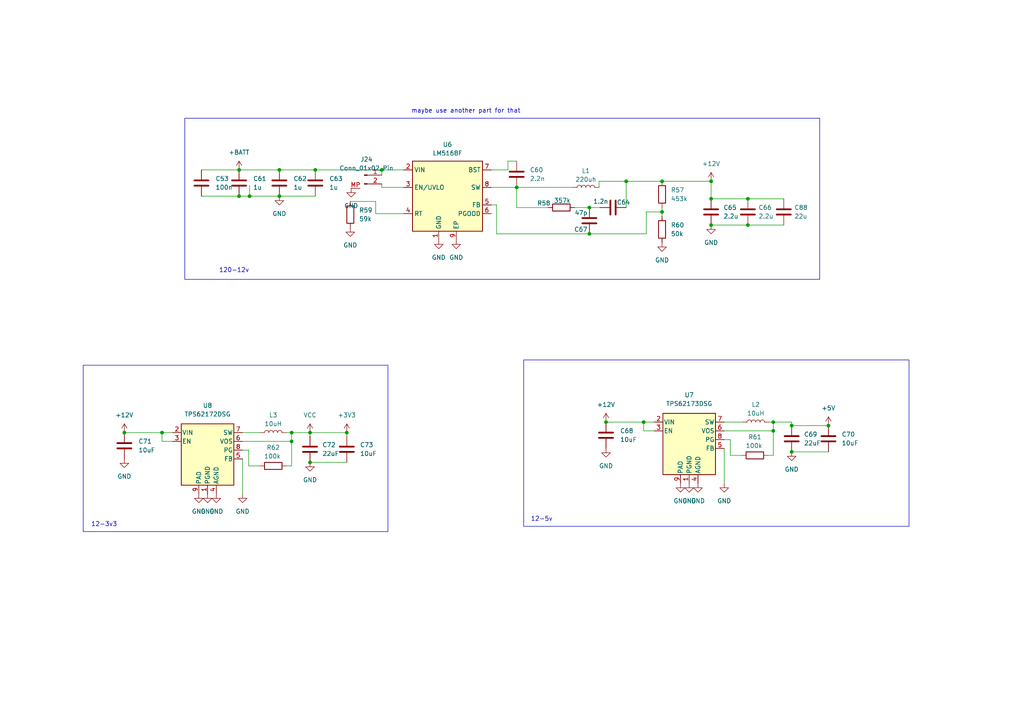
<source format=kicad_sch>
(kicad_sch
	(version 20231120)
	(generator "eeschema")
	(generator_version "8.0")
	(uuid "5c1f4184-1417-4dcd-ae4a-627a36bd683f")
	(paper "A4")
	(title_block
		(title "BaguettESC100-100")
		(date "2024-11-09")
		(rev "Prot-1")
	)
	(lib_symbols
		(symbol "Connector:Conn_01x02_Pin"
			(pin_names
				(offset 1.016) hide)
			(exclude_from_sim no)
			(in_bom yes)
			(on_board yes)
			(property "Reference" "J24"
				(at 0.635 4.572 0)
				(effects
					(font
						(size 1.27 1.27)
					)
				)
			)
			(property "Value" "Conn_01x02_Pin"
				(at 0.635 2.032 0)
				(effects
					(font
						(size 1.27 1.27)
					)
				)
			)
			(property "Footprint" "Connector_JST:JST_PH_B2B-PH-SM4-TB_1x02-1MP_P2.00mm_Vertical"
				(at 0 0 0)
				(effects
					(font
						(size 1.27 1.27)
					)
					(hide yes)
				)
			)
			(property "Datasheet" "~"
				(at 0 0 0)
				(effects
					(font
						(size 1.27 1.27)
					)
					(hide yes)
				)
			)
			(property "Description" "Generic connector, single row, 01x02, script generated"
				(at 0 0 0)
				(effects
					(font
						(size 1.27 1.27)
					)
					(hide yes)
				)
			)
			(property "ki_locked" ""
				(at 0 0 0)
				(effects
					(font
						(size 1.27 1.27)
					)
				)
			)
			(property "ki_keywords" "connector"
				(at 0 0 0)
				(effects
					(font
						(size 1.27 1.27)
					)
					(hide yes)
				)
			)
			(property "ki_fp_filters" "Connector*:*_1x??_*"
				(at 0 0 0)
				(effects
					(font
						(size 1.27 1.27)
					)
					(hide yes)
				)
			)
			(symbol "Conn_01x02_Pin_1_1"
				(polyline
					(pts
						(xy 1.27 -2.54) (xy 0.8636 -2.54)
					)
					(stroke
						(width 0.1524)
						(type default)
					)
					(fill
						(type none)
					)
				)
				(polyline
					(pts
						(xy 1.27 0) (xy 0.8636 0)
					)
					(stroke
						(width 0.1524)
						(type default)
					)
					(fill
						(type none)
					)
				)
				(rectangle
					(start 0.8636 -2.413)
					(end 0 -2.667)
					(stroke
						(width 0.1524)
						(type default)
					)
					(fill
						(type outline)
					)
				)
				(rectangle
					(start 0.8636 0.127)
					(end 0 -0.127)
					(stroke
						(width 0.1524)
						(type default)
					)
					(fill
						(type outline)
					)
				)
				(pin passive line
					(at 5.08 0 180)
					(length 3.81)
					(name "Pin_1"
						(effects
							(font
								(size 1.27 1.27)
							)
						)
					)
					(number "1"
						(effects
							(font
								(size 1.27 1.27)
							)
						)
					)
				)
				(pin passive line
					(at 5.08 -2.54 180)
					(length 3.81)
					(name "Pin_2"
						(effects
							(font
								(size 1.27 1.27)
							)
						)
					)
					(number "2"
						(effects
							(font
								(size 1.27 1.27)
							)
						)
					)
				)
				(pin passive line
					(at -3.81 -3.81 0)
					(length 2.54)
					(name "MP"
						(effects
							(font
								(size 1.27 1.27)
							)
						)
					)
					(number "MP"
						(effects
							(font
								(size 1.27 1.27)
							)
						)
					)
				)
			)
		)
		(symbol "Device:C"
			(pin_numbers hide)
			(pin_names
				(offset 0.254)
			)
			(exclude_from_sim no)
			(in_bom yes)
			(on_board yes)
			(property "Reference" "C"
				(at 0.635 2.54 0)
				(effects
					(font
						(size 1.27 1.27)
					)
					(justify left)
				)
			)
			(property "Value" "C"
				(at 0.635 -2.54 0)
				(effects
					(font
						(size 1.27 1.27)
					)
					(justify left)
				)
			)
			(property "Footprint" ""
				(at 0.9652 -3.81 0)
				(effects
					(font
						(size 1.27 1.27)
					)
					(hide yes)
				)
			)
			(property "Datasheet" "~"
				(at 0 0 0)
				(effects
					(font
						(size 1.27 1.27)
					)
					(hide yes)
				)
			)
			(property "Description" "Unpolarized capacitor"
				(at 0 0 0)
				(effects
					(font
						(size 1.27 1.27)
					)
					(hide yes)
				)
			)
			(property "ki_keywords" "cap capacitor"
				(at 0 0 0)
				(effects
					(font
						(size 1.27 1.27)
					)
					(hide yes)
				)
			)
			(property "ki_fp_filters" "C_*"
				(at 0 0 0)
				(effects
					(font
						(size 1.27 1.27)
					)
					(hide yes)
				)
			)
			(symbol "C_0_1"
				(polyline
					(pts
						(xy -2.032 -0.762) (xy 2.032 -0.762)
					)
					(stroke
						(width 0.508)
						(type default)
					)
					(fill
						(type none)
					)
				)
				(polyline
					(pts
						(xy -2.032 0.762) (xy 2.032 0.762)
					)
					(stroke
						(width 0.508)
						(type default)
					)
					(fill
						(type none)
					)
				)
			)
			(symbol "C_1_1"
				(pin passive line
					(at 0 3.81 270)
					(length 2.794)
					(name "~"
						(effects
							(font
								(size 1.27 1.27)
							)
						)
					)
					(number "1"
						(effects
							(font
								(size 1.27 1.27)
							)
						)
					)
				)
				(pin passive line
					(at 0 -3.81 90)
					(length 2.794)
					(name "~"
						(effects
							(font
								(size 1.27 1.27)
							)
						)
					)
					(number "2"
						(effects
							(font
								(size 1.27 1.27)
							)
						)
					)
				)
			)
		)
		(symbol "Device:L"
			(pin_numbers hide)
			(pin_names
				(offset 1.016) hide)
			(exclude_from_sim no)
			(in_bom yes)
			(on_board yes)
			(property "Reference" "L"
				(at -1.27 0 90)
				(effects
					(font
						(size 1.27 1.27)
					)
				)
			)
			(property "Value" "L"
				(at 1.905 0 90)
				(effects
					(font
						(size 1.27 1.27)
					)
				)
			)
			(property "Footprint" ""
				(at 0 0 0)
				(effects
					(font
						(size 1.27 1.27)
					)
					(hide yes)
				)
			)
			(property "Datasheet" "~"
				(at 0 0 0)
				(effects
					(font
						(size 1.27 1.27)
					)
					(hide yes)
				)
			)
			(property "Description" "Inductor"
				(at 0 0 0)
				(effects
					(font
						(size 1.27 1.27)
					)
					(hide yes)
				)
			)
			(property "ki_keywords" "inductor choke coil reactor magnetic"
				(at 0 0 0)
				(effects
					(font
						(size 1.27 1.27)
					)
					(hide yes)
				)
			)
			(property "ki_fp_filters" "Choke_* *Coil* Inductor_* L_*"
				(at 0 0 0)
				(effects
					(font
						(size 1.27 1.27)
					)
					(hide yes)
				)
			)
			(symbol "L_0_1"
				(arc
					(start 0 -2.54)
					(mid 0.6323 -1.905)
					(end 0 -1.27)
					(stroke
						(width 0)
						(type default)
					)
					(fill
						(type none)
					)
				)
				(arc
					(start 0 -1.27)
					(mid 0.6323 -0.635)
					(end 0 0)
					(stroke
						(width 0)
						(type default)
					)
					(fill
						(type none)
					)
				)
				(arc
					(start 0 0)
					(mid 0.6323 0.635)
					(end 0 1.27)
					(stroke
						(width 0)
						(type default)
					)
					(fill
						(type none)
					)
				)
				(arc
					(start 0 1.27)
					(mid 0.6323 1.905)
					(end 0 2.54)
					(stroke
						(width 0)
						(type default)
					)
					(fill
						(type none)
					)
				)
			)
			(symbol "L_1_1"
				(pin passive line
					(at 0 3.81 270)
					(length 1.27)
					(name "1"
						(effects
							(font
								(size 1.27 1.27)
							)
						)
					)
					(number "1"
						(effects
							(font
								(size 1.27 1.27)
							)
						)
					)
				)
				(pin passive line
					(at 0 -3.81 90)
					(length 1.27)
					(name "2"
						(effects
							(font
								(size 1.27 1.27)
							)
						)
					)
					(number "2"
						(effects
							(font
								(size 1.27 1.27)
							)
						)
					)
				)
			)
		)
		(symbol "Device:R"
			(pin_numbers hide)
			(pin_names
				(offset 0)
			)
			(exclude_from_sim no)
			(in_bom yes)
			(on_board yes)
			(property "Reference" "R"
				(at 2.032 0 90)
				(effects
					(font
						(size 1.27 1.27)
					)
				)
			)
			(property "Value" "R"
				(at 0 0 90)
				(effects
					(font
						(size 1.27 1.27)
					)
				)
			)
			(property "Footprint" ""
				(at -1.778 0 90)
				(effects
					(font
						(size 1.27 1.27)
					)
					(hide yes)
				)
			)
			(property "Datasheet" "~"
				(at 0 0 0)
				(effects
					(font
						(size 1.27 1.27)
					)
					(hide yes)
				)
			)
			(property "Description" "Resistor"
				(at 0 0 0)
				(effects
					(font
						(size 1.27 1.27)
					)
					(hide yes)
				)
			)
			(property "ki_keywords" "R res resistor"
				(at 0 0 0)
				(effects
					(font
						(size 1.27 1.27)
					)
					(hide yes)
				)
			)
			(property "ki_fp_filters" "R_*"
				(at 0 0 0)
				(effects
					(font
						(size 1.27 1.27)
					)
					(hide yes)
				)
			)
			(symbol "R_0_1"
				(rectangle
					(start -1.016 -2.54)
					(end 1.016 2.54)
					(stroke
						(width 0.254)
						(type default)
					)
					(fill
						(type none)
					)
				)
			)
			(symbol "R_1_1"
				(pin passive line
					(at 0 3.81 270)
					(length 1.27)
					(name "~"
						(effects
							(font
								(size 1.27 1.27)
							)
						)
					)
					(number "1"
						(effects
							(font
								(size 1.27 1.27)
							)
						)
					)
				)
				(pin passive line
					(at 0 -3.81 90)
					(length 1.27)
					(name "~"
						(effects
							(font
								(size 1.27 1.27)
							)
						)
					)
					(number "2"
						(effects
							(font
								(size 1.27 1.27)
							)
						)
					)
				)
			)
		)
		(symbol "Regulator_Switching:LM5164DDA"
			(exclude_from_sim no)
			(in_bom yes)
			(on_board yes)
			(property "Reference" "U10"
				(at 0 15.494 0)
				(effects
					(font
						(size 1.27 1.27)
					)
				)
			)
			(property "Value" "LM5169"
				(at 0 12.954 0)
				(effects
					(font
						(size 1.27 1.27)
					)
				)
			)
			(property "Footprint" "Package_SO:HSOP-8-1EP_3.9x4.9mm_P1.27mm_EP2.41x3.1mm_ThermalVias"
				(at 1.27 -11.43 0)
				(effects
					(font
						(size 1.27 1.27)
					)
					(hide yes)
				)
			)
			(property "Datasheet" "https://www.ti.com/lit/ds/symlink/lm5164.pdf?ts=1598311864250&ref_url=https%253A%252F%252Fwww.ti.com%252Fproduct%252FLM5164%253FHQS%253DTI-null-null-octopart-df-pf-null-wwe"
				(at -7.62 8.89 0)
				(effects
					(font
						(size 1.27 1.27)
					)
					(hide yes)
				)
			)
			(property "Description" "1A synchronous buck converter with ultra-low IQ, 6V - 100V input, adjustable output voltage, HSOP-8"
				(at 0 0 0)
				(effects
					(font
						(size 1.27 1.27)
					)
					(hide yes)
				)
			)
			(property "ki_keywords" "step-down dc-dc buck regulator adjustable"
				(at 0 0 0)
				(effects
					(font
						(size 1.27 1.27)
					)
					(hide yes)
				)
			)
			(property "ki_fp_filters" "HSOP*1EP*3.9x4.9*P1.27mm*"
				(at 0 0 0)
				(effects
					(font
						(size 1.27 1.27)
					)
					(hide yes)
				)
			)
			(symbol "LM5164DDA_1_1"
				(rectangle
					(start -10.16 10.16)
					(end 10.16 -10.16)
					(stroke
						(width 0.254)
						(type default)
					)
					(fill
						(type background)
					)
				)
				(pin power_in line
					(at -2.54 -12.7 90)
					(length 2.54)
					(name "GND"
						(effects
							(font
								(size 1.27 1.27)
							)
						)
					)
					(number "1"
						(effects
							(font
								(size 1.27 1.27)
							)
						)
					)
				)
				(pin power_in line
					(at -12.7 7.62 0)
					(length 2.54)
					(name "VIN"
						(effects
							(font
								(size 1.27 1.27)
							)
						)
					)
					(number "2"
						(effects
							(font
								(size 1.27 1.27)
							)
						)
					)
				)
				(pin input line
					(at -12.7 2.54 0)
					(length 2.54)
					(name "EN/UVLO"
						(effects
							(font
								(size 1.27 1.27)
							)
						)
					)
					(number "3"
						(effects
							(font
								(size 1.27 1.27)
							)
						)
					)
				)
				(pin passive line
					(at -12.7 -5.08 0)
					(length 2.54)
					(name "RT"
						(effects
							(font
								(size 1.27 1.27)
							)
						)
					)
					(number "4"
						(effects
							(font
								(size 1.27 1.27)
							)
						)
					)
				)
				(pin input line
					(at 12.7 -2.54 180)
					(length 2.54)
					(name "FB"
						(effects
							(font
								(size 1.27 1.27)
							)
						)
					)
					(number "5"
						(effects
							(font
								(size 1.27 1.27)
							)
						)
					)
				)
				(pin open_collector line
					(at 12.7 -5.08 180)
					(length 2.54)
					(name "PGOOD"
						(effects
							(font
								(size 1.27 1.27)
							)
						)
					)
					(number "6"
						(effects
							(font
								(size 1.27 1.27)
							)
						)
					)
				)
				(pin passive line
					(at 12.7 7.62 180)
					(length 2.54)
					(name "BST"
						(effects
							(font
								(size 1.27 1.27)
							)
						)
					)
					(number "7"
						(effects
							(font
								(size 1.27 1.27)
							)
						)
					)
				)
				(pin power_out line
					(at 12.7 2.54 180)
					(length 2.54)
					(name "SW"
						(effects
							(font
								(size 1.27 1.27)
							)
						)
					)
					(number "8"
						(effects
							(font
								(size 1.27 1.27)
							)
						)
					)
				)
				(pin passive line
					(at 2.54 -12.7 90)
					(length 2.54)
					(name "EP"
						(effects
							(font
								(size 1.27 1.27)
							)
						)
					)
					(number "9"
						(effects
							(font
								(size 1.27 1.27)
							)
						)
					)
				)
			)
		)
		(symbol "Regulator_Switching:TPS62172DSG"
			(pin_names
				(offset 0.254)
			)
			(exclude_from_sim no)
			(in_bom yes)
			(on_board yes)
			(property "Reference" "U9"
				(at 0 15.494 0)
				(effects
					(font
						(size 1.27 1.27)
					)
				)
			)
			(property "Value" "TPS62172DSG"
				(at 0 12.954 0)
				(effects
					(font
						(size 1.27 1.27)
					)
				)
			)
			(property "Footprint" "Package_SON:WSON-8-1EP_2x2mm_P0.5mm_EP0.9x1.6mm_ThermalVias"
				(at 3.81 -8.89 0)
				(effects
					(font
						(size 1.27 1.27)
					)
					(justify left)
					(hide yes)
				)
			)
			(property "Datasheet" "http://www.ti.com/lit/ds/symlink/tps62170.pdf"
				(at 0 13.97 0)
				(effects
					(font
						(size 1.27 1.27)
					)
					(hide yes)
				)
			)
			(property "Description" "500mA Step-Down Converter with DCS-Control, fixed 3.3V output, 3-17V input voltage, WSON-8"
				(at 0 0 0)
				(effects
					(font
						(size 1.27 1.27)
					)
					(hide yes)
				)
			)
			(property "ki_keywords" "step-down dc-dc buck regulator"
				(at 0 0 0)
				(effects
					(font
						(size 1.27 1.27)
					)
					(hide yes)
				)
			)
			(property "ki_fp_filters" "WSON*EP*2x2mm*P0.5mm*"
				(at 0 0 0)
				(effects
					(font
						(size 1.27 1.27)
					)
					(hide yes)
				)
			)
			(symbol "TPS62172DSG_0_1"
				(rectangle
					(start -7.62 10.16)
					(end 7.62 -7.62)
					(stroke
						(width 0.254)
						(type default)
					)
					(fill
						(type background)
					)
				)
			)
			(symbol "TPS62172DSG_1_1"
				(pin power_in line
					(at 0 -10.16 90)
					(length 2.54)
					(name "PGND"
						(effects
							(font
								(size 1.27 1.27)
							)
						)
					)
					(number "1"
						(effects
							(font
								(size 1.27 1.27)
							)
						)
					)
				)
				(pin power_in line
					(at -10.16 7.62 0)
					(length 2.54)
					(name "VIN"
						(effects
							(font
								(size 1.27 1.27)
							)
						)
					)
					(number "2"
						(effects
							(font
								(size 1.27 1.27)
							)
						)
					)
				)
				(pin input line
					(at -10.16 5.08 0)
					(length 2.54)
					(name "EN"
						(effects
							(font
								(size 1.27 1.27)
							)
						)
					)
					(number "3"
						(effects
							(font
								(size 1.27 1.27)
							)
						)
					)
				)
				(pin power_in line
					(at 2.54 -10.16 90)
					(length 2.54)
					(name "AGND"
						(effects
							(font
								(size 1.27 1.27)
							)
						)
					)
					(number "4"
						(effects
							(font
								(size 1.27 1.27)
							)
						)
					)
				)
				(pin input line
					(at 10.16 0 180)
					(length 2.54)
					(name "FB"
						(effects
							(font
								(size 1.27 1.27)
							)
						)
					)
					(number "5"
						(effects
							(font
								(size 1.27 1.27)
							)
						)
					)
				)
				(pin input line
					(at 10.16 5.08 180)
					(length 2.54)
					(name "VOS"
						(effects
							(font
								(size 1.27 1.27)
							)
						)
					)
					(number "6"
						(effects
							(font
								(size 1.27 1.27)
							)
						)
					)
				)
				(pin output line
					(at 10.16 7.62 180)
					(length 2.54)
					(name "SW"
						(effects
							(font
								(size 1.27 1.27)
							)
						)
					)
					(number "7"
						(effects
							(font
								(size 1.27 1.27)
							)
						)
					)
				)
				(pin open_collector line
					(at 10.16 2.54 180)
					(length 2.54)
					(name "PG"
						(effects
							(font
								(size 1.27 1.27)
							)
						)
					)
					(number "8"
						(effects
							(font
								(size 1.27 1.27)
							)
						)
					)
				)
				(pin power_in line
					(at -2.54 -10.16 90)
					(length 2.54)
					(name "PAD"
						(effects
							(font
								(size 1.27 1.27)
							)
						)
					)
					(number "9"
						(effects
							(font
								(size 1.27 1.27)
							)
						)
					)
				)
			)
		)
		(symbol "Regulator_Switching:TPS62173DSG"
			(pin_names
				(offset 0.254)
			)
			(exclude_from_sim no)
			(in_bom yes)
			(on_board yes)
			(property "Reference" "U10"
				(at 0 15.494 0)
				(effects
					(font
						(size 1.27 1.27)
					)
				)
			)
			(property "Value" "TPS62173DSG"
				(at 0 12.954 0)
				(effects
					(font
						(size 1.27 1.27)
					)
				)
			)
			(property "Footprint" "Package_SON:WSON-8-1EP_2x2mm_P0.5mm_EP0.9x1.6mm_ThermalVias"
				(at 3.81 -8.89 0)
				(effects
					(font
						(size 1.27 1.27)
					)
					(justify left)
					(hide yes)
				)
			)
			(property "Datasheet" "http://www.ti.com/lit/ds/symlink/tps62170.pdf"
				(at 0 13.97 0)
				(effects
					(font
						(size 1.27 1.27)
					)
					(hide yes)
				)
			)
			(property "Description" "500mA Step-Down Converter with DCS-Control, fixed 5.0V output, 3-17V input voltage, WSON-8"
				(at 0 0 0)
				(effects
					(font
						(size 1.27 1.27)
					)
					(hide yes)
				)
			)
			(property "ki_keywords" "step-down dc-dc buck regulator"
				(at 0 0 0)
				(effects
					(font
						(size 1.27 1.27)
					)
					(hide yes)
				)
			)
			(property "ki_fp_filters" "WSON*EP*2x2mm*P0.5mm*"
				(at 0 0 0)
				(effects
					(font
						(size 1.27 1.27)
					)
					(hide yes)
				)
			)
			(symbol "TPS62173DSG_0_1"
				(rectangle
					(start -7.62 10.16)
					(end 7.62 -7.62)
					(stroke
						(width 0.254)
						(type default)
					)
					(fill
						(type background)
					)
				)
			)
			(symbol "TPS62173DSG_1_1"
				(pin power_in line
					(at 0 -10.16 90)
					(length 2.54)
					(name "PGND"
						(effects
							(font
								(size 1.27 1.27)
							)
						)
					)
					(number "1"
						(effects
							(font
								(size 1.27 1.27)
							)
						)
					)
				)
				(pin power_in line
					(at -10.16 7.62 0)
					(length 2.54)
					(name "VIN"
						(effects
							(font
								(size 1.27 1.27)
							)
						)
					)
					(number "2"
						(effects
							(font
								(size 1.27 1.27)
							)
						)
					)
				)
				(pin input line
					(at -10.16 5.08 0)
					(length 2.54)
					(name "EN"
						(effects
							(font
								(size 1.27 1.27)
							)
						)
					)
					(number "3"
						(effects
							(font
								(size 1.27 1.27)
							)
						)
					)
				)
				(pin power_in line
					(at 2.54 -10.16 90)
					(length 2.54)
					(name "AGND"
						(effects
							(font
								(size 1.27 1.27)
							)
						)
					)
					(number "4"
						(effects
							(font
								(size 1.27 1.27)
							)
						)
					)
				)
				(pin input line
					(at 10.16 0 180)
					(length 2.54)
					(name "FB"
						(effects
							(font
								(size 1.27 1.27)
							)
						)
					)
					(number "5"
						(effects
							(font
								(size 1.27 1.27)
							)
						)
					)
				)
				(pin input line
					(at 10.16 5.08 180)
					(length 2.54)
					(name "VOS"
						(effects
							(font
								(size 1.27 1.27)
							)
						)
					)
					(number "6"
						(effects
							(font
								(size 1.27 1.27)
							)
						)
					)
				)
				(pin output line
					(at 10.16 7.62 180)
					(length 2.54)
					(name "SW"
						(effects
							(font
								(size 1.27 1.27)
							)
						)
					)
					(number "7"
						(effects
							(font
								(size 1.27 1.27)
							)
						)
					)
				)
				(pin open_collector line
					(at 10.16 2.54 180)
					(length 2.54)
					(name "PG"
						(effects
							(font
								(size 1.27 1.27)
							)
						)
					)
					(number "8"
						(effects
							(font
								(size 1.27 1.27)
							)
						)
					)
				)
				(pin power_in line
					(at -2.54 -10.16 90)
					(length 2.54)
					(name "PAD"
						(effects
							(font
								(size 1.27 1.27)
							)
						)
					)
					(number "9"
						(effects
							(font
								(size 1.27 1.27)
							)
						)
					)
				)
			)
		)
		(symbol "power:+12V"
			(power)
			(pin_names
				(offset 0)
			)
			(exclude_from_sim no)
			(in_bom yes)
			(on_board yes)
			(property "Reference" "#PWR"
				(at 0 -3.81 0)
				(effects
					(font
						(size 1.27 1.27)
					)
					(hide yes)
				)
			)
			(property "Value" "+12V"
				(at 0 3.556 0)
				(effects
					(font
						(size 1.27 1.27)
					)
				)
			)
			(property "Footprint" ""
				(at 0 0 0)
				(effects
					(font
						(size 1.27 1.27)
					)
					(hide yes)
				)
			)
			(property "Datasheet" ""
				(at 0 0 0)
				(effects
					(font
						(size 1.27 1.27)
					)
					(hide yes)
				)
			)
			(property "Description" "Power symbol creates a global label with name \"+12V\""
				(at 0 0 0)
				(effects
					(font
						(size 1.27 1.27)
					)
					(hide yes)
				)
			)
			(property "ki_keywords" "global power"
				(at 0 0 0)
				(effects
					(font
						(size 1.27 1.27)
					)
					(hide yes)
				)
			)
			(symbol "+12V_0_1"
				(polyline
					(pts
						(xy -0.762 1.27) (xy 0 2.54)
					)
					(stroke
						(width 0)
						(type default)
					)
					(fill
						(type none)
					)
				)
				(polyline
					(pts
						(xy 0 0) (xy 0 2.54)
					)
					(stroke
						(width 0)
						(type default)
					)
					(fill
						(type none)
					)
				)
				(polyline
					(pts
						(xy 0 2.54) (xy 0.762 1.27)
					)
					(stroke
						(width 0)
						(type default)
					)
					(fill
						(type none)
					)
				)
			)
			(symbol "+12V_1_1"
				(pin power_in line
					(at 0 0 90)
					(length 0) hide
					(name "+12V"
						(effects
							(font
								(size 1.27 1.27)
							)
						)
					)
					(number "1"
						(effects
							(font
								(size 1.27 1.27)
							)
						)
					)
				)
			)
		)
		(symbol "power:+3V3"
			(power)
			(pin_names
				(offset 0)
			)
			(exclude_from_sim no)
			(in_bom yes)
			(on_board yes)
			(property "Reference" "#PWR"
				(at 0 -3.81 0)
				(effects
					(font
						(size 1.27 1.27)
					)
					(hide yes)
				)
			)
			(property "Value" "+3V3"
				(at 0 3.556 0)
				(effects
					(font
						(size 1.27 1.27)
					)
				)
			)
			(property "Footprint" ""
				(at 0 0 0)
				(effects
					(font
						(size 1.27 1.27)
					)
					(hide yes)
				)
			)
			(property "Datasheet" ""
				(at 0 0 0)
				(effects
					(font
						(size 1.27 1.27)
					)
					(hide yes)
				)
			)
			(property "Description" "Power symbol creates a global label with name \"+3V3\""
				(at 0 0 0)
				(effects
					(font
						(size 1.27 1.27)
					)
					(hide yes)
				)
			)
			(property "ki_keywords" "global power"
				(at 0 0 0)
				(effects
					(font
						(size 1.27 1.27)
					)
					(hide yes)
				)
			)
			(symbol "+3V3_0_1"
				(polyline
					(pts
						(xy -0.762 1.27) (xy 0 2.54)
					)
					(stroke
						(width 0)
						(type default)
					)
					(fill
						(type none)
					)
				)
				(polyline
					(pts
						(xy 0 0) (xy 0 2.54)
					)
					(stroke
						(width 0)
						(type default)
					)
					(fill
						(type none)
					)
				)
				(polyline
					(pts
						(xy 0 2.54) (xy 0.762 1.27)
					)
					(stroke
						(width 0)
						(type default)
					)
					(fill
						(type none)
					)
				)
			)
			(symbol "+3V3_1_1"
				(pin power_in line
					(at 0 0 90)
					(length 0) hide
					(name "+3V3"
						(effects
							(font
								(size 1.27 1.27)
							)
						)
					)
					(number "1"
						(effects
							(font
								(size 1.27 1.27)
							)
						)
					)
				)
			)
		)
		(symbol "power:+5V"
			(power)
			(pin_names
				(offset 0)
			)
			(exclude_from_sim no)
			(in_bom yes)
			(on_board yes)
			(property "Reference" "#PWR"
				(at 0 -3.81 0)
				(effects
					(font
						(size 1.27 1.27)
					)
					(hide yes)
				)
			)
			(property "Value" "+5V"
				(at 0 3.556 0)
				(effects
					(font
						(size 1.27 1.27)
					)
				)
			)
			(property "Footprint" ""
				(at 0 0 0)
				(effects
					(font
						(size 1.27 1.27)
					)
					(hide yes)
				)
			)
			(property "Datasheet" ""
				(at 0 0 0)
				(effects
					(font
						(size 1.27 1.27)
					)
					(hide yes)
				)
			)
			(property "Description" "Power symbol creates a global label with name \"+5V\""
				(at 0 0 0)
				(effects
					(font
						(size 1.27 1.27)
					)
					(hide yes)
				)
			)
			(property "ki_keywords" "global power"
				(at 0 0 0)
				(effects
					(font
						(size 1.27 1.27)
					)
					(hide yes)
				)
			)
			(symbol "+5V_0_1"
				(polyline
					(pts
						(xy -0.762 1.27) (xy 0 2.54)
					)
					(stroke
						(width 0)
						(type default)
					)
					(fill
						(type none)
					)
				)
				(polyline
					(pts
						(xy 0 0) (xy 0 2.54)
					)
					(stroke
						(width 0)
						(type default)
					)
					(fill
						(type none)
					)
				)
				(polyline
					(pts
						(xy 0 2.54) (xy 0.762 1.27)
					)
					(stroke
						(width 0)
						(type default)
					)
					(fill
						(type none)
					)
				)
			)
			(symbol "+5V_1_1"
				(pin power_in line
					(at 0 0 90)
					(length 0) hide
					(name "+5V"
						(effects
							(font
								(size 1.27 1.27)
							)
						)
					)
					(number "1"
						(effects
							(font
								(size 1.27 1.27)
							)
						)
					)
				)
			)
		)
		(symbol "power:+BATT"
			(power)
			(pin_names
				(offset 0)
			)
			(exclude_from_sim no)
			(in_bom yes)
			(on_board yes)
			(property "Reference" "#PWR"
				(at 0 -3.81 0)
				(effects
					(font
						(size 1.27 1.27)
					)
					(hide yes)
				)
			)
			(property "Value" "+BATT"
				(at 0 3.556 0)
				(effects
					(font
						(size 1.27 1.27)
					)
				)
			)
			(property "Footprint" ""
				(at 0 0 0)
				(effects
					(font
						(size 1.27 1.27)
					)
					(hide yes)
				)
			)
			(property "Datasheet" ""
				(at 0 0 0)
				(effects
					(font
						(size 1.27 1.27)
					)
					(hide yes)
				)
			)
			(property "Description" "Power symbol creates a global label with name \"+BATT\""
				(at 0 0 0)
				(effects
					(font
						(size 1.27 1.27)
					)
					(hide yes)
				)
			)
			(property "ki_keywords" "global power battery"
				(at 0 0 0)
				(effects
					(font
						(size 1.27 1.27)
					)
					(hide yes)
				)
			)
			(symbol "+BATT_0_1"
				(polyline
					(pts
						(xy -0.762 1.27) (xy 0 2.54)
					)
					(stroke
						(width 0)
						(type default)
					)
					(fill
						(type none)
					)
				)
				(polyline
					(pts
						(xy 0 0) (xy 0 2.54)
					)
					(stroke
						(width 0)
						(type default)
					)
					(fill
						(type none)
					)
				)
				(polyline
					(pts
						(xy 0 2.54) (xy 0.762 1.27)
					)
					(stroke
						(width 0)
						(type default)
					)
					(fill
						(type none)
					)
				)
			)
			(symbol "+BATT_1_1"
				(pin power_in line
					(at 0 0 90)
					(length 0) hide
					(name "+BATT"
						(effects
							(font
								(size 1.27 1.27)
							)
						)
					)
					(number "1"
						(effects
							(font
								(size 1.27 1.27)
							)
						)
					)
				)
			)
		)
		(symbol "power:GND"
			(power)
			(pin_names
				(offset 0)
			)
			(exclude_from_sim no)
			(in_bom yes)
			(on_board yes)
			(property "Reference" "#PWR"
				(at 0 -6.35 0)
				(effects
					(font
						(size 1.27 1.27)
					)
					(hide yes)
				)
			)
			(property "Value" "GND"
				(at 0 -3.81 0)
				(effects
					(font
						(size 1.27 1.27)
					)
				)
			)
			(property "Footprint" ""
				(at 0 0 0)
				(effects
					(font
						(size 1.27 1.27)
					)
					(hide yes)
				)
			)
			(property "Datasheet" ""
				(at 0 0 0)
				(effects
					(font
						(size 1.27 1.27)
					)
					(hide yes)
				)
			)
			(property "Description" "Power symbol creates a global label with name \"GND\" , ground"
				(at 0 0 0)
				(effects
					(font
						(size 1.27 1.27)
					)
					(hide yes)
				)
			)
			(property "ki_keywords" "global power"
				(at 0 0 0)
				(effects
					(font
						(size 1.27 1.27)
					)
					(hide yes)
				)
			)
			(symbol "GND_0_1"
				(polyline
					(pts
						(xy 0 0) (xy 0 -1.27) (xy 1.27 -1.27) (xy 0 -2.54) (xy -1.27 -1.27) (xy 0 -1.27)
					)
					(stroke
						(width 0)
						(type default)
					)
					(fill
						(type none)
					)
				)
			)
			(symbol "GND_1_1"
				(pin power_in line
					(at 0 0 270)
					(length 0) hide
					(name "GND"
						(effects
							(font
								(size 1.27 1.27)
							)
						)
					)
					(number "1"
						(effects
							(font
								(size 1.27 1.27)
							)
						)
					)
				)
			)
		)
		(symbol "power:VCC"
			(power)
			(pin_names
				(offset 0)
			)
			(exclude_from_sim no)
			(in_bom yes)
			(on_board yes)
			(property "Reference" "#PWR"
				(at 0 -3.81 0)
				(effects
					(font
						(size 1.27 1.27)
					)
					(hide yes)
				)
			)
			(property "Value" "VCC"
				(at 0 3.81 0)
				(effects
					(font
						(size 1.27 1.27)
					)
				)
			)
			(property "Footprint" ""
				(at 0 0 0)
				(effects
					(font
						(size 1.27 1.27)
					)
					(hide yes)
				)
			)
			(property "Datasheet" ""
				(at 0 0 0)
				(effects
					(font
						(size 1.27 1.27)
					)
					(hide yes)
				)
			)
			(property "Description" "Power symbol creates a global label with name \"VCC\""
				(at 0 0 0)
				(effects
					(font
						(size 1.27 1.27)
					)
					(hide yes)
				)
			)
			(property "ki_keywords" "global power"
				(at 0 0 0)
				(effects
					(font
						(size 1.27 1.27)
					)
					(hide yes)
				)
			)
			(symbol "VCC_0_1"
				(polyline
					(pts
						(xy -0.762 1.27) (xy 0 2.54)
					)
					(stroke
						(width 0)
						(type default)
					)
					(fill
						(type none)
					)
				)
				(polyline
					(pts
						(xy 0 0) (xy 0 2.54)
					)
					(stroke
						(width 0)
						(type default)
					)
					(fill
						(type none)
					)
				)
				(polyline
					(pts
						(xy 0 2.54) (xy 0.762 1.27)
					)
					(stroke
						(width 0)
						(type default)
					)
					(fill
						(type none)
					)
				)
			)
			(symbol "VCC_1_1"
				(pin power_in line
					(at 0 0 90)
					(length 0) hide
					(name "VCC"
						(effects
							(font
								(size 1.27 1.27)
							)
						)
					)
					(number "1"
						(effects
							(font
								(size 1.27 1.27)
							)
						)
					)
				)
			)
		)
	)
	(junction
		(at 192.024 52.578)
		(diameter 0)
		(color 0 0 0 0)
		(uuid "08cf3629-f32b-4e5c-b7b3-6a53e1a2b86c")
	)
	(junction
		(at 89.916 125.476)
		(diameter 0)
		(color 0 0 0 0)
		(uuid "09107712-5aff-41be-9f8b-d6fb4d7bf5db")
	)
	(junction
		(at 69.342 49.276)
		(diameter 0)
		(color 0 0 0 0)
		(uuid "0c3f6d53-b59c-4a9d-a943-bb6a5df74a34")
	)
	(junction
		(at 206.248 57.658)
		(diameter 0)
		(color 0 0 0 0)
		(uuid "14d72d8e-e965-4f52-b5ca-8dc0296e96dd")
	)
	(junction
		(at 72.39 56.896)
		(diameter 0)
		(color 0 0 0 0)
		(uuid "2336dd4c-e18f-4ce4-8a6e-4a0de85e2dab")
	)
	(junction
		(at 229.616 123.444)
		(diameter 0)
		(color 0 0 0 0)
		(uuid "2cf153c5-58b6-4380-b383-9e8e24c6a739")
	)
	(junction
		(at 170.942 67.818)
		(diameter 0)
		(color 0 0 0 0)
		(uuid "3a2d2248-495c-43ba-a7fd-e10e313bb1c7")
	)
	(junction
		(at 216.916 65.278)
		(diameter 0)
		(color 0 0 0 0)
		(uuid "3b33bd00-e24f-40e3-8ef7-2e737b6f52aa")
	)
	(junction
		(at 224.282 122.428)
		(diameter 0)
		(color 0 0 0 0)
		(uuid "43575168-b3f8-4684-b60d-c8c00387af99")
	)
	(junction
		(at 206.248 65.278)
		(diameter 0)
		(color 0 0 0 0)
		(uuid "49a66029-6044-471f-961b-a6cdd38b9b70")
	)
	(junction
		(at 81.026 49.276)
		(diameter 0)
		(color 0 0 0 0)
		(uuid "4bcbdc21-361a-494d-b45b-79c9ddf52f0c")
	)
	(junction
		(at 186.69 122.428)
		(diameter 0)
		(color 0 0 0 0)
		(uuid "5ce0046d-1830-42d8-8d24-3ad36a762a75")
	)
	(junction
		(at 69.342 56.896)
		(diameter 0)
		(color 0 0 0 0)
		(uuid "674aa67a-64a8-4e9d-9bac-c481477138a5")
	)
	(junction
		(at 206.248 52.578)
		(diameter 0)
		(color 0 0 0 0)
		(uuid "6a51bda2-8a5c-421d-a3ca-fcebcfadd1ba")
	)
	(junction
		(at 100.584 125.476)
		(diameter 0)
		(color 0 0 0 0)
		(uuid "7d010580-90aa-47c9-a814-8ce9280e0836")
	)
	(junction
		(at 46.99 125.476)
		(diameter 0)
		(color 0 0 0 0)
		(uuid "7ed091de-1f20-4290-a647-afc86f74a11f")
	)
	(junction
		(at 84.582 125.476)
		(diameter 0)
		(color 0 0 0 0)
		(uuid "885efec9-6642-4792-b2ae-397807ceaed7")
	)
	(junction
		(at 89.916 134.112)
		(diameter 0)
		(color 0 0 0 0)
		(uuid "8bd77f60-3222-4011-81b2-8f4fe75652ff")
	)
	(junction
		(at 84.582 128.016)
		(diameter 0)
		(color 0 0 0 0)
		(uuid "8bf713b9-aac0-4928-8735-16c1fe2ea1ae")
	)
	(junction
		(at 240.284 123.444)
		(diameter 0)
		(color 0 0 0 0)
		(uuid "8ef5c05f-c2c3-4a15-a10a-1a9818b3fe62")
	)
	(junction
		(at 224.282 124.968)
		(diameter 0)
		(color 0 0 0 0)
		(uuid "91da7e81-482e-4b1e-8a23-b24c325569b9")
	)
	(junction
		(at 175.768 122.428)
		(diameter 0)
		(color 0 0 0 0)
		(uuid "94b766da-3ea8-453c-8e44-6c392f54535f")
	)
	(junction
		(at 91.44 49.276)
		(diameter 0)
		(color 0 0 0 0)
		(uuid "9f022bbe-e7e6-4b44-9ca5-a2807a5f67ea")
	)
	(junction
		(at 181.61 52.578)
		(diameter 0)
		(color 0 0 0 0)
		(uuid "ad3e2f1a-7441-4fcb-92ac-c4e7d59a4f1a")
	)
	(junction
		(at 81.026 56.896)
		(diameter 0)
		(color 0 0 0 0)
		(uuid "b2b0dec6-ced9-4ffe-8cc9-af8ce1b27c5b")
	)
	(junction
		(at 36.068 125.476)
		(diameter 0)
		(color 0 0 0 0)
		(uuid "bacca10d-723a-459a-8b41-10d92be6c432")
	)
	(junction
		(at 170.942 60.198)
		(diameter 0)
		(color 0 0 0 0)
		(uuid "ca23e20b-0c14-4ffe-892e-4799ff3eaab8")
	)
	(junction
		(at 216.916 57.658)
		(diameter 0)
		(color 0 0 0 0)
		(uuid "dbf5391c-85a1-4ff7-97a1-0594d9e34300")
	)
	(junction
		(at 149.86 54.356)
		(diameter 0)
		(color 0 0 0 0)
		(uuid "dd87d68b-ef1b-4a35-bb42-caf07a34c026")
	)
	(junction
		(at 229.616 131.064)
		(diameter 0)
		(color 0 0 0 0)
		(uuid "f193580d-fb48-45b4-a155-665d6bec4a6f")
	)
	(junction
		(at 192.024 61.468)
		(diameter 0)
		(color 0 0 0 0)
		(uuid "f9d66f22-1490-47ee-9391-b6f82186f1a6")
	)
	(junction
		(at 110.744 49.276)
		(diameter 0)
		(color 0 0 0 0)
		(uuid "fa9bceef-df1a-4504-aac3-5a5a2edfd5fe")
	)
	(wire
		(pts
			(xy 173.736 52.578) (xy 181.61 52.578)
		)
		(stroke
			(width 0)
			(type default)
		)
		(uuid "04847753-c1ff-4e3d-8ed9-6b87ff13475f")
	)
	(wire
		(pts
			(xy 211.836 132.08) (xy 211.836 127.508)
		)
		(stroke
			(width 0)
			(type default)
		)
		(uuid "074517ab-0e4c-4fad-bbc5-8e0482eddb33")
	)
	(wire
		(pts
			(xy 84.582 135.128) (xy 84.582 128.016)
		)
		(stroke
			(width 0)
			(type default)
		)
		(uuid "08c5af76-129d-422d-9746-7169ee86dd66")
	)
	(wire
		(pts
			(xy 144.018 67.818) (xy 170.942 67.818)
		)
		(stroke
			(width 0)
			(type default)
		)
		(uuid "0c06cf28-f870-46d7-a7c0-25e543c2ec89")
	)
	(wire
		(pts
			(xy 240.284 131.064) (xy 229.616 131.064)
		)
		(stroke
			(width 0)
			(type default)
		)
		(uuid "10aa814f-23a5-4fc9-b1ae-ebd1ddefef09")
	)
	(wire
		(pts
			(xy 144.018 67.818) (xy 144.018 59.436)
		)
		(stroke
			(width 0)
			(type default)
		)
		(uuid "10c758b3-8094-43a2-9577-66faa36a4f69")
	)
	(wire
		(pts
			(xy 187.452 61.468) (xy 192.024 61.468)
		)
		(stroke
			(width 0)
			(type default)
		)
		(uuid "16a144f6-b658-4e7e-9839-714b54a191be")
	)
	(wire
		(pts
			(xy 108.966 61.976) (xy 117.094 61.976)
		)
		(stroke
			(width 0)
			(type default)
		)
		(uuid "19e3265f-afda-4a2f-a97a-d309597cdfed")
	)
	(wire
		(pts
			(xy 216.916 65.278) (xy 206.248 65.278)
		)
		(stroke
			(width 0)
			(type default)
		)
		(uuid "1d4283f4-36e2-4808-a9aa-f59425cf0e08")
	)
	(wire
		(pts
			(xy 117.094 54.356) (xy 110.744 54.356)
		)
		(stroke
			(width 0)
			(type default)
		)
		(uuid "20a456db-f310-4a02-ab19-5e1a011303d7")
	)
	(wire
		(pts
			(xy 149.86 54.356) (xy 166.116 54.356)
		)
		(stroke
			(width 0)
			(type default)
		)
		(uuid "20c73fe3-aa1a-4d96-a35a-f4bafeb51c30")
	)
	(wire
		(pts
			(xy 72.39 56.896) (xy 81.026 56.896)
		)
		(stroke
			(width 0)
			(type default)
		)
		(uuid "2196d1b5-6065-44da-9182-ca0eeec46ad6")
	)
	(wire
		(pts
			(xy 166.624 60.198) (xy 170.942 60.198)
		)
		(stroke
			(width 0)
			(type default)
		)
		(uuid "2302d21b-a890-4b95-b5fe-ae3861f19489")
	)
	(wire
		(pts
			(xy 50.038 128.016) (xy 46.99 128.016)
		)
		(stroke
			(width 0)
			(type default)
		)
		(uuid "263c1726-1a37-4ad7-ac7b-311c9eff06ee")
	)
	(wire
		(pts
			(xy 89.916 125.476) (xy 84.582 125.476)
		)
		(stroke
			(width 0)
			(type default)
		)
		(uuid "27286c10-339b-4ae8-8425-ce5f29dcefc7")
	)
	(wire
		(pts
			(xy 46.99 128.016) (xy 46.99 125.476)
		)
		(stroke
			(width 0)
			(type default)
		)
		(uuid "2d43dc17-5bdc-4aa9-8568-330485e433d4")
	)
	(wire
		(pts
			(xy 70.358 125.476) (xy 75.438 125.476)
		)
		(stroke
			(width 0)
			(type default)
		)
		(uuid "2dce5b83-1e6a-4ec0-a1d1-d7e806282535")
	)
	(wire
		(pts
			(xy 216.916 65.278) (xy 227.33 65.278)
		)
		(stroke
			(width 0)
			(type default)
		)
		(uuid "303a4671-d13c-4ca6-a314-c5c0e8d57376")
	)
	(wire
		(pts
			(xy 192.024 52.578) (xy 206.248 52.578)
		)
		(stroke
			(width 0)
			(type default)
		)
		(uuid "3f471fcd-ff78-442d-93fd-415d611017b6")
	)
	(wire
		(pts
			(xy 173.736 52.578) (xy 173.736 54.356)
		)
		(stroke
			(width 0)
			(type default)
		)
		(uuid "3f986ac1-6828-4df2-9951-546104125df2")
	)
	(wire
		(pts
			(xy 72.39 56.896) (xy 72.39 53.848)
		)
		(stroke
			(width 0)
			(type default)
		)
		(uuid "41cc95b1-7861-4946-be7f-d6a745847c15")
	)
	(wire
		(pts
			(xy 211.836 127.508) (xy 210.058 127.508)
		)
		(stroke
			(width 0)
			(type default)
		)
		(uuid "41fc7b9a-a80b-4015-a1d7-b314a216a847")
	)
	(wire
		(pts
			(xy 210.058 124.968) (xy 224.282 124.968)
		)
		(stroke
			(width 0)
			(type default)
		)
		(uuid "41fec07a-360b-475c-bb56-481083eea554")
	)
	(wire
		(pts
			(xy 192.024 61.468) (xy 192.024 62.738)
		)
		(stroke
			(width 0)
			(type default)
		)
		(uuid "4486ae54-124b-4de7-bc71-1c60c3d0977d")
	)
	(wire
		(pts
			(xy 170.942 60.198) (xy 173.99 60.198)
		)
		(stroke
			(width 0)
			(type default)
		)
		(uuid "4854fb52-e865-4364-b8cd-fef78c8afc07")
	)
	(wire
		(pts
			(xy 216.916 57.658) (xy 206.248 57.658)
		)
		(stroke
			(width 0)
			(type default)
		)
		(uuid "4877fec1-2936-421b-bdfb-aee64adf0100")
	)
	(wire
		(pts
			(xy 81.026 49.276) (xy 91.44 49.276)
		)
		(stroke
			(width 0)
			(type default)
		)
		(uuid "509f8697-fe10-4422-8019-b4ec445419dc")
	)
	(wire
		(pts
			(xy 75.438 135.128) (xy 72.136 135.128)
		)
		(stroke
			(width 0)
			(type default)
		)
		(uuid "5233f7a8-4b1a-4ec9-a732-c087ef153048")
	)
	(wire
		(pts
			(xy 181.61 60.198) (xy 181.61 52.578)
		)
		(stroke
			(width 0)
			(type default)
		)
		(uuid "59cf92b6-2a69-4e4d-8650-3f70876f1318")
	)
	(wire
		(pts
			(xy 110.744 54.356) (xy 110.744 53.34)
		)
		(stroke
			(width 0)
			(type default)
		)
		(uuid "5b4ae9ca-1806-49b4-ad2a-01b4fc3eedc5")
	)
	(wire
		(pts
			(xy 58.42 49.276) (xy 69.342 49.276)
		)
		(stroke
			(width 0)
			(type default)
		)
		(uuid "5f9cea5c-05d8-434b-9dd5-ddf8eb50ee62")
	)
	(wire
		(pts
			(xy 189.738 124.968) (xy 186.69 124.968)
		)
		(stroke
			(width 0)
			(type default)
		)
		(uuid "612cd21c-6b7d-42f0-ae14-0fe70be973b2")
	)
	(wire
		(pts
			(xy 58.42 56.896) (xy 69.342 56.896)
		)
		(stroke
			(width 0)
			(type default)
		)
		(uuid "62f59736-aa89-4aaa-b3d7-fc4917632a7c")
	)
	(wire
		(pts
			(xy 89.916 126.492) (xy 89.916 125.476)
		)
		(stroke
			(width 0)
			(type default)
		)
		(uuid "68218351-470e-4b39-9c48-634440e1d951")
	)
	(wire
		(pts
			(xy 36.068 125.476) (xy 46.99 125.476)
		)
		(stroke
			(width 0)
			(type default)
		)
		(uuid "6bee944e-bc9a-4987-b991-71780f443156")
	)
	(wire
		(pts
			(xy 175.768 122.428) (xy 186.69 122.428)
		)
		(stroke
			(width 0)
			(type default)
		)
		(uuid "6f25a65b-c4cf-48b3-9ab6-91ea57d664ca")
	)
	(wire
		(pts
			(xy 224.282 132.08) (xy 224.282 124.968)
		)
		(stroke
			(width 0)
			(type default)
		)
		(uuid "71db2d4e-8645-4aad-829a-66dc5b83ecc4")
	)
	(wire
		(pts
			(xy 223.012 122.428) (xy 224.282 122.428)
		)
		(stroke
			(width 0)
			(type default)
		)
		(uuid "72aeea04-b5e7-424b-8e18-51afd3c18cac")
	)
	(wire
		(pts
			(xy 83.058 125.476) (xy 84.582 125.476)
		)
		(stroke
			(width 0)
			(type default)
		)
		(uuid "7982a7ee-6d70-44e1-82bb-dfdfbfe6fe47")
	)
	(wire
		(pts
			(xy 216.916 57.658) (xy 227.33 57.658)
		)
		(stroke
			(width 0)
			(type default)
		)
		(uuid "7a28620f-ffa0-4f00-a388-6927039dc4c9")
	)
	(wire
		(pts
			(xy 91.44 49.276) (xy 110.744 49.276)
		)
		(stroke
			(width 0)
			(type default)
		)
		(uuid "7ac051ec-856e-4022-b588-bf6729b4c7ea")
	)
	(wire
		(pts
			(xy 229.616 122.428) (xy 224.282 122.428)
		)
		(stroke
			(width 0)
			(type default)
		)
		(uuid "818321cb-dd39-4fe5-a82f-464fa6fea6c3")
	)
	(wire
		(pts
			(xy 72.136 135.128) (xy 72.136 130.556)
		)
		(stroke
			(width 0)
			(type default)
		)
		(uuid "826a33cb-734e-48b3-aa8c-1190527fb447")
	)
	(wire
		(pts
			(xy 147.32 49.276) (xy 142.494 49.276)
		)
		(stroke
			(width 0)
			(type default)
		)
		(uuid "83b85c4d-f47a-44b9-aeba-9933d8ec6dc5")
	)
	(wire
		(pts
			(xy 70.358 128.016) (xy 84.582 128.016)
		)
		(stroke
			(width 0)
			(type default)
		)
		(uuid "8596e616-83f5-4961-b8d6-e3a0f27a800a")
	)
	(wire
		(pts
			(xy 100.584 134.112) (xy 89.916 134.112)
		)
		(stroke
			(width 0)
			(type default)
		)
		(uuid "86b315fd-7faf-4194-9dbc-236e2d1a25ea")
	)
	(wire
		(pts
			(xy 69.342 49.276) (xy 81.026 49.276)
		)
		(stroke
			(width 0)
			(type default)
		)
		(uuid "9097c0d8-ea94-49d4-a5d1-24f5a5833f49")
	)
	(wire
		(pts
			(xy 147.32 46.736) (xy 147.32 49.276)
		)
		(stroke
			(width 0)
			(type default)
		)
		(uuid "95b7f142-e212-4376-8622-5da2acee1af3")
	)
	(wire
		(pts
			(xy 100.584 125.476) (xy 100.584 126.492)
		)
		(stroke
			(width 0)
			(type default)
		)
		(uuid "96e3e2c1-4ca7-4f08-b9f2-4f8785d2a81a")
	)
	(wire
		(pts
			(xy 186.69 122.428) (xy 189.738 122.428)
		)
		(stroke
			(width 0)
			(type default)
		)
		(uuid "9886c671-5706-4b27-a334-6c51a22f2509")
	)
	(wire
		(pts
			(xy 222.758 132.08) (xy 224.282 132.08)
		)
		(stroke
			(width 0)
			(type default)
		)
		(uuid "9b166805-efc1-46bc-b58d-ba25a8f0fd63")
	)
	(wire
		(pts
			(xy 89.916 125.476) (xy 100.584 125.476)
		)
		(stroke
			(width 0)
			(type default)
		)
		(uuid "9cb4c968-37ea-4a12-ab72-e91b3e307fa2")
	)
	(wire
		(pts
			(xy 215.138 132.08) (xy 211.836 132.08)
		)
		(stroke
			(width 0)
			(type default)
		)
		(uuid "9f28f8ab-6569-4787-a16e-a2c59181af0d")
	)
	(wire
		(pts
			(xy 83.058 135.128) (xy 84.582 135.128)
		)
		(stroke
			(width 0)
			(type default)
		)
		(uuid "9fd219ab-9b2f-4595-98a5-66341e63b2a2")
	)
	(wire
		(pts
			(xy 110.744 50.8) (xy 110.744 49.276)
		)
		(stroke
			(width 0)
			(type default)
		)
		(uuid "a1c401eb-fcd9-4041-9b99-e6e84023f4a1")
	)
	(wire
		(pts
			(xy 81.026 56.896) (xy 91.44 56.896)
		)
		(stroke
			(width 0)
			(type default)
		)
		(uuid "aa4e106f-f140-4231-86d9-9951e748ba01")
	)
	(wire
		(pts
			(xy 108.966 58.42) (xy 108.966 61.976)
		)
		(stroke
			(width 0)
			(type default)
		)
		(uuid "ae7529c0-84c6-4b02-9063-ba331ade8540")
	)
	(wire
		(pts
			(xy 210.058 122.428) (xy 215.392 122.428)
		)
		(stroke
			(width 0)
			(type default)
		)
		(uuid "afeaad03-084f-465c-9abd-badc9a570e53")
	)
	(wire
		(pts
			(xy 70.358 143.256) (xy 70.358 133.096)
		)
		(stroke
			(width 0)
			(type default)
		)
		(uuid "b3dff271-df0b-4e1e-a0fd-93696742ae61")
	)
	(wire
		(pts
			(xy 186.69 124.968) (xy 186.69 122.428)
		)
		(stroke
			(width 0)
			(type default)
		)
		(uuid "b57f34e9-123f-439b-a0f3-bab4175f9166")
	)
	(wire
		(pts
			(xy 170.942 67.818) (xy 187.452 67.818)
		)
		(stroke
			(width 0)
			(type default)
		)
		(uuid "bf4db110-b68b-44a4-b2e3-7b86ed525d95")
	)
	(wire
		(pts
			(xy 110.744 49.276) (xy 117.094 49.276)
		)
		(stroke
			(width 0)
			(type default)
		)
		(uuid "c2ccb238-9cb2-4a13-a7f6-51befc62df96")
	)
	(wire
		(pts
			(xy 224.282 124.968) (xy 224.282 122.428)
		)
		(stroke
			(width 0)
			(type default)
		)
		(uuid "c4fe718a-584e-4315-a003-a3bffd8ad193")
	)
	(wire
		(pts
			(xy 159.004 60.198) (xy 149.86 60.198)
		)
		(stroke
			(width 0)
			(type default)
		)
		(uuid "c8e053e3-a955-4feb-b6bd-4fac2c45c10a")
	)
	(wire
		(pts
			(xy 181.61 52.578) (xy 192.024 52.578)
		)
		(stroke
			(width 0)
			(type default)
		)
		(uuid "d02def0f-2da5-41b7-a83c-b98535e6d9d4")
	)
	(wire
		(pts
			(xy 192.024 60.198) (xy 192.024 61.468)
		)
		(stroke
			(width 0)
			(type default)
		)
		(uuid "d4d1427f-4c25-4924-aeb4-e88f3d008906")
	)
	(wire
		(pts
			(xy 144.018 59.436) (xy 142.494 59.436)
		)
		(stroke
			(width 0)
			(type default)
		)
		(uuid "d5fa2ccf-4297-464b-aabf-85f5e8982b69")
	)
	(wire
		(pts
			(xy 84.582 128.016) (xy 84.582 125.476)
		)
		(stroke
			(width 0)
			(type default)
		)
		(uuid "d5fb65c7-6e8d-407f-a791-69675a3b5b1a")
	)
	(wire
		(pts
			(xy 229.616 123.444) (xy 229.616 122.428)
		)
		(stroke
			(width 0)
			(type default)
		)
		(uuid "d7f01e64-093e-47b0-bae6-08bb91a9c1e2")
	)
	(wire
		(pts
			(xy 101.6 58.42) (xy 108.966 58.42)
		)
		(stroke
			(width 0)
			(type default)
		)
		(uuid "d9a7455b-64b6-4eea-8dfd-ad3dc375d364")
	)
	(wire
		(pts
			(xy 240.284 123.444) (xy 229.616 123.444)
		)
		(stroke
			(width 0)
			(type default)
		)
		(uuid "ddcd037e-2fb4-467f-a03d-2e9e07ff8cb9")
	)
	(wire
		(pts
			(xy 149.86 60.198) (xy 149.86 54.356)
		)
		(stroke
			(width 0)
			(type default)
		)
		(uuid "ddf5f19f-4f12-4b00-ba06-31530b4ff821")
	)
	(wire
		(pts
			(xy 206.248 52.578) (xy 206.248 57.658)
		)
		(stroke
			(width 0)
			(type default)
		)
		(uuid "df350bb1-4775-4514-98b1-fa8153d0d31e")
	)
	(wire
		(pts
			(xy 149.86 54.356) (xy 142.494 54.356)
		)
		(stroke
			(width 0)
			(type default)
		)
		(uuid "dff9393b-703d-486c-b1a3-7c57fb7c590c")
	)
	(wire
		(pts
			(xy 69.342 56.896) (xy 72.39 56.896)
		)
		(stroke
			(width 0)
			(type default)
		)
		(uuid "e2d47d43-c9d5-424b-902d-3e1dfffe734f")
	)
	(wire
		(pts
			(xy 46.99 125.476) (xy 50.038 125.476)
		)
		(stroke
			(width 0)
			(type default)
		)
		(uuid "ee2c3f4f-8cea-4c88-8cf1-544733d41706")
	)
	(wire
		(pts
			(xy 72.136 130.556) (xy 70.358 130.556)
		)
		(stroke
			(width 0)
			(type default)
		)
		(uuid "efb9f5ba-0497-4398-844c-d8ba8e06543b")
	)
	(wire
		(pts
			(xy 149.86 46.736) (xy 147.32 46.736)
		)
		(stroke
			(width 0)
			(type default)
		)
		(uuid "f13c8820-9d4b-41e7-8ca2-288ae26c4c2d")
	)
	(wire
		(pts
			(xy 210.058 140.208) (xy 210.058 130.048)
		)
		(stroke
			(width 0)
			(type default)
		)
		(uuid "f7b05653-41b5-4f20-9899-424b773f0195")
	)
	(wire
		(pts
			(xy 187.452 67.818) (xy 187.452 61.468)
		)
		(stroke
			(width 0)
			(type default)
		)
		(uuid "fcd4567f-99ec-4c75-a9a4-bebb39ca0125")
	)
	(rectangle
		(start 53.594 34.29)
		(end 237.744 81.026)
		(stroke
			(width 0)
			(type default)
		)
		(fill
			(type none)
		)
		(uuid 037b375a-7020-4e83-9d72-a9c42e1d42e9)
	)
	(rectangle
		(start 151.892 104.394)
		(end 263.652 152.654)
		(stroke
			(width 0)
			(type default)
		)
		(fill
			(type none)
		)
		(uuid d32bf3e8-6500-41b4-adc4-4937cc50aa08)
	)
	(rectangle
		(start 24.13 105.918)
		(end 112.522 154.178)
		(stroke
			(width 0)
			(type default)
		)
		(fill
			(type none)
		)
		(uuid e6fd182c-0a63-4f7a-aba8-49163d97824d)
	)
	(text "12-5v\n"
		(exclude_from_sim no)
		(at 153.924 151.384 0)
		(effects
			(font
				(size 1.27 1.27)
			)
			(justify left bottom)
		)
		(uuid "0e6a22c6-88ea-4b98-983b-6fe8e81a987a")
	)
	(text "12-3v3"
		(exclude_from_sim no)
		(at 26.416 152.908 0)
		(effects
			(font
				(size 1.27 1.27)
			)
			(justify left bottom)
		)
		(uuid "423182d1-cabe-4ed5-b8b6-4757313daec7")
	)
	(text "maybe use another part for that\n"
		(exclude_from_sim no)
		(at 135.128 32.258 0)
		(effects
			(font
				(size 1.27 1.27)
			)
		)
		(uuid "ba6e910a-7ced-4281-a6a7-20a417b7a1a4")
	)
	(text "120-12v\n"
		(exclude_from_sim no)
		(at 63.5 79.248 0)
		(effects
			(font
				(size 1.27 1.27)
			)
			(justify left bottom)
		)
		(uuid "c564bb12-0c62-48ee-9dc0-5c3cf4221747")
	)
	(symbol
		(lib_id "power:GND")
		(at 60.198 143.256 0)
		(unit 1)
		(exclude_from_sim no)
		(in_bom yes)
		(on_board yes)
		(dnp no)
		(fields_autoplaced yes)
		(uuid "0702f638-c747-4788-a087-c2d9433b00ca")
		(property "Reference" "#PWR0143"
			(at 60.198 149.606 0)
			(effects
				(font
					(size 1.27 1.27)
				)
				(hide yes)
			)
		)
		(property "Value" "GND"
			(at 60.198 148.336 0)
			(effects
				(font
					(size 1.27 1.27)
				)
			)
		)
		(property "Footprint" ""
			(at 60.198 143.256 0)
			(effects
				(font
					(size 1.27 1.27)
				)
				(hide yes)
			)
		)
		(property "Datasheet" ""
			(at 60.198 143.256 0)
			(effects
				(font
					(size 1.27 1.27)
				)
				(hide yes)
			)
		)
		(property "Description" ""
			(at 60.198 143.256 0)
			(effects
				(font
					(size 1.27 1.27)
				)
				(hide yes)
			)
		)
		(pin "1"
			(uuid "c1e6a927-0e33-4bdd-93ae-59521700d361")
		)
		(instances
			(project "vesc"
				(path "/473afa24-5103-4f79-a553-15c98718c5e2/190cd937-9769-448f-b29f-f764b9da78fc"
					(reference "#PWR0143")
					(unit 1)
				)
			)
		)
	)
	(symbol
		(lib_id "Device:L")
		(at 219.202 122.428 90)
		(unit 1)
		(exclude_from_sim no)
		(in_bom yes)
		(on_board yes)
		(dnp no)
		(fields_autoplaced yes)
		(uuid "0b66a27b-8ccc-408f-800e-759533b888a2")
		(property "Reference" "L2"
			(at 219.202 117.348 90)
			(effects
				(font
					(size 1.27 1.27)
				)
			)
		)
		(property "Value" "10uH"
			(at 219.202 119.888 90)
			(effects
				(font
					(size 1.27 1.27)
				)
			)
		)
		(property "Footprint" "Inductor_SMD:L_Ferrocore_DLG-0403"
			(at 219.202 122.428 0)
			(effects
				(font
					(size 1.27 1.27)
				)
				(hide yes)
			)
		)
		(property "Datasheet" "~"
			(at 219.202 122.428 0)
			(effects
				(font
					(size 1.27 1.27)
				)
				(hide yes)
			)
		)
		(property "Description" ""
			(at 219.202 122.428 0)
			(effects
				(font
					(size 1.27 1.27)
				)
				(hide yes)
			)
		)
		(pin "1"
			(uuid "f0c974a2-ab8d-406a-912c-74220c98b17d")
		)
		(pin "2"
			(uuid "032ac2b2-5ded-446a-b50b-8dce6a86bef0")
		)
		(instances
			(project "vesc"
				(path "/473afa24-5103-4f79-a553-15c98718c5e2/190cd937-9769-448f-b29f-f764b9da78fc"
					(reference "L2")
					(unit 1)
				)
			)
		)
	)
	(symbol
		(lib_id "power:GND")
		(at 101.6 66.04 0)
		(unit 1)
		(exclude_from_sim no)
		(in_bom yes)
		(on_board yes)
		(dnp no)
		(fields_autoplaced yes)
		(uuid "155c4b36-2961-4fb8-9d46-363b5c1312ca")
		(property "Reference" "#PWR0124"
			(at 101.6 72.39 0)
			(effects
				(font
					(size 1.27 1.27)
				)
				(hide yes)
			)
		)
		(property "Value" "GND"
			(at 101.6 71.12 0)
			(effects
				(font
					(size 1.27 1.27)
				)
			)
		)
		(property "Footprint" ""
			(at 101.6 66.04 0)
			(effects
				(font
					(size 1.27 1.27)
				)
				(hide yes)
			)
		)
		(property "Datasheet" ""
			(at 101.6 66.04 0)
			(effects
				(font
					(size 1.27 1.27)
				)
				(hide yes)
			)
		)
		(property "Description" ""
			(at 101.6 66.04 0)
			(effects
				(font
					(size 1.27 1.27)
				)
				(hide yes)
			)
		)
		(pin "1"
			(uuid "6a2eec85-6ff7-4d92-8702-6cabf31f699b")
		)
		(instances
			(project "vesc"
				(path "/473afa24-5103-4f79-a553-15c98718c5e2/190cd937-9769-448f-b29f-f764b9da78fc"
					(reference "#PWR0124")
					(unit 1)
				)
			)
		)
	)
	(symbol
		(lib_id "Device:C")
		(at 149.86 50.546 180)
		(unit 1)
		(exclude_from_sim no)
		(in_bom yes)
		(on_board yes)
		(dnp no)
		(fields_autoplaced yes)
		(uuid "1fa369d4-dbbe-4c52-8792-20ba02785dbc")
		(property "Reference" "C60"
			(at 153.67 49.2759 0)
			(effects
				(font
					(size 1.27 1.27)
				)
				(justify right)
			)
		)
		(property "Value" "2.2n"
			(at 153.67 51.8159 0)
			(effects
				(font
					(size 1.27 1.27)
				)
				(justify right)
			)
		)
		(property "Footprint" "Capacitor_SMD:C_0603_1608Metric"
			(at 148.8948 46.736 0)
			(effects
				(font
					(size 1.27 1.27)
				)
				(hide yes)
			)
		)
		(property "Datasheet" "~"
			(at 149.86 50.546 0)
			(effects
				(font
					(size 1.27 1.27)
				)
				(hide yes)
			)
		)
		(property "Description" "Unpolarized capacitor"
			(at 149.86 50.546 0)
			(effects
				(font
					(size 1.27 1.27)
				)
				(hide yes)
			)
		)
		(property "part" "GRM188R72A222KA01D"
			(at 149.86 50.546 0)
			(effects
				(font
					(size 1.27 1.27)
				)
				(hide yes)
			)
		)
		(pin "2"
			(uuid "9c9d981a-f83d-4f41-8c50-922f52398e5e")
		)
		(pin "1"
			(uuid "6618fad2-b194-4b6b-b79f-f203fdf28b40")
		)
		(instances
			(project "vesc"
				(path "/473afa24-5103-4f79-a553-15c98718c5e2/190cd937-9769-448f-b29f-f764b9da78fc"
					(reference "C60")
					(unit 1)
				)
			)
		)
	)
	(symbol
		(lib_id "power:GND")
		(at 70.358 143.256 0)
		(unit 1)
		(exclude_from_sim no)
		(in_bom yes)
		(on_board yes)
		(dnp no)
		(fields_autoplaced yes)
		(uuid "22fe3d6c-9c10-4874-af15-b40520c75dde")
		(property "Reference" "#PWR0145"
			(at 70.358 149.606 0)
			(effects
				(font
					(size 1.27 1.27)
				)
				(hide yes)
			)
		)
		(property "Value" "GND"
			(at 70.358 148.336 0)
			(effects
				(font
					(size 1.27 1.27)
				)
			)
		)
		(property "Footprint" ""
			(at 70.358 143.256 0)
			(effects
				(font
					(size 1.27 1.27)
				)
				(hide yes)
			)
		)
		(property "Datasheet" ""
			(at 70.358 143.256 0)
			(effects
				(font
					(size 1.27 1.27)
				)
				(hide yes)
			)
		)
		(property "Description" ""
			(at 70.358 143.256 0)
			(effects
				(font
					(size 1.27 1.27)
				)
				(hide yes)
			)
		)
		(pin "1"
			(uuid "e007ceb0-6f65-4672-9d0c-5937db466d2b")
		)
		(instances
			(project "vesc"
				(path "/473afa24-5103-4f79-a553-15c98718c5e2/190cd937-9769-448f-b29f-f764b9da78fc"
					(reference "#PWR0145")
					(unit 1)
				)
			)
		)
	)
	(symbol
		(lib_id "power:GND")
		(at 101.854 54.61 0)
		(unit 1)
		(exclude_from_sim no)
		(in_bom yes)
		(on_board yes)
		(dnp no)
		(fields_autoplaced yes)
		(uuid "286faa50-8b52-4c06-b8da-5a2470c772f6")
		(property "Reference" "#PWR0180"
			(at 101.854 60.96 0)
			(effects
				(font
					(size 1.27 1.27)
				)
				(hide yes)
			)
		)
		(property "Value" "GND"
			(at 101.854 59.69 0)
			(effects
				(font
					(size 1.27 1.27)
				)
			)
		)
		(property "Footprint" ""
			(at 101.854 54.61 0)
			(effects
				(font
					(size 1.27 1.27)
				)
				(hide yes)
			)
		)
		(property "Datasheet" ""
			(at 101.854 54.61 0)
			(effects
				(font
					(size 1.27 1.27)
				)
				(hide yes)
			)
		)
		(property "Description" ""
			(at 101.854 54.61 0)
			(effects
				(font
					(size 1.27 1.27)
				)
				(hide yes)
			)
		)
		(pin "1"
			(uuid "f54a33ca-bd2a-4385-8875-d77fddbacf5e")
		)
		(instances
			(project "vesc"
				(path "/473afa24-5103-4f79-a553-15c98718c5e2/190cd937-9769-448f-b29f-f764b9da78fc"
					(reference "#PWR0180")
					(unit 1)
				)
			)
		)
	)
	(symbol
		(lib_id "power:GND")
		(at 210.058 140.208 0)
		(unit 1)
		(exclude_from_sim no)
		(in_bom yes)
		(on_board yes)
		(dnp no)
		(fields_autoplaced yes)
		(uuid "29dfb7d0-b65d-4819-a7e9-329042136de4")
		(property "Reference" "#PWR0141"
			(at 210.058 146.558 0)
			(effects
				(font
					(size 1.27 1.27)
				)
				(hide yes)
			)
		)
		(property "Value" "GND"
			(at 210.058 145.288 0)
			(effects
				(font
					(size 1.27 1.27)
				)
			)
		)
		(property "Footprint" ""
			(at 210.058 140.208 0)
			(effects
				(font
					(size 1.27 1.27)
				)
				(hide yes)
			)
		)
		(property "Datasheet" ""
			(at 210.058 140.208 0)
			(effects
				(font
					(size 1.27 1.27)
				)
				(hide yes)
			)
		)
		(property "Description" ""
			(at 210.058 140.208 0)
			(effects
				(font
					(size 1.27 1.27)
				)
				(hide yes)
			)
		)
		(pin "1"
			(uuid "b1b85e91-6d76-45b8-80e0-0f6da4ff4447")
		)
		(instances
			(project "vesc"
				(path "/473afa24-5103-4f79-a553-15c98718c5e2/190cd937-9769-448f-b29f-f764b9da78fc"
					(reference "#PWR0141")
					(unit 1)
				)
			)
		)
	)
	(symbol
		(lib_id "Device:C")
		(at 227.33 61.468 180)
		(unit 1)
		(exclude_from_sim no)
		(in_bom yes)
		(on_board yes)
		(dnp no)
		(fields_autoplaced yes)
		(uuid "2aabfdba-3282-4f2c-900d-a2f0b8cac209")
		(property "Reference" "C88"
			(at 230.378 60.1979 0)
			(effects
				(font
					(size 1.27 1.27)
				)
				(justify right)
			)
		)
		(property "Value" "22u"
			(at 230.378 62.7379 0)
			(effects
				(font
					(size 1.27 1.27)
				)
				(justify right)
			)
		)
		(property "Footprint" "Capacitor_SMD:C_0805_2012Metric"
			(at 226.3648 57.658 0)
			(effects
				(font
					(size 1.27 1.27)
				)
				(hide yes)
			)
		)
		(property "Datasheet" "~"
			(at 227.33 61.468 0)
			(effects
				(font
					(size 1.27 1.27)
				)
				(hide yes)
			)
		)
		(property "Description" "tantalum"
			(at 227.33 61.468 0)
			(effects
				(font
					(size 1.27 1.27)
				)
				(hide yes)
			)
		)
		(property "part" "TAJB226K016RNJ"
			(at 227.33 61.468 0)
			(effects
				(font
					(size 1.27 1.27)
				)
				(hide yes)
			)
		)
		(pin "2"
			(uuid "4103b829-4f5a-445a-bc40-4474e1bc850b")
		)
		(pin "1"
			(uuid "ad00b698-acd3-4e94-9199-f863c9678c0e")
		)
		(instances
			(project "vesc"
				(path "/473afa24-5103-4f79-a553-15c98718c5e2/190cd937-9769-448f-b29f-f764b9da78fc"
					(reference "C88")
					(unit 1)
				)
			)
		)
	)
	(symbol
		(lib_id "power:GND")
		(at 132.334 69.596 0)
		(unit 1)
		(exclude_from_sim no)
		(in_bom yes)
		(on_board yes)
		(dnp no)
		(fields_autoplaced yes)
		(uuid "31450175-5b04-4ef6-b08a-20ddb15e317f")
		(property "Reference" "#PWR0127"
			(at 132.334 75.946 0)
			(effects
				(font
					(size 1.27 1.27)
				)
				(hide yes)
			)
		)
		(property "Value" "GND"
			(at 132.334 74.676 0)
			(effects
				(font
					(size 1.27 1.27)
				)
			)
		)
		(property "Footprint" ""
			(at 132.334 69.596 0)
			(effects
				(font
					(size 1.27 1.27)
				)
				(hide yes)
			)
		)
		(property "Datasheet" ""
			(at 132.334 69.596 0)
			(effects
				(font
					(size 1.27 1.27)
				)
				(hide yes)
			)
		)
		(property "Description" ""
			(at 132.334 69.596 0)
			(effects
				(font
					(size 1.27 1.27)
				)
				(hide yes)
			)
		)
		(pin "1"
			(uuid "ddf6112e-26af-4a21-b05b-4e53116272db")
		)
		(instances
			(project "vesc"
				(path "/473afa24-5103-4f79-a553-15c98718c5e2/190cd937-9769-448f-b29f-f764b9da78fc"
					(reference "#PWR0127")
					(unit 1)
				)
			)
		)
	)
	(symbol
		(lib_id "power:GND")
		(at 192.024 70.358 0)
		(unit 1)
		(exclude_from_sim no)
		(in_bom yes)
		(on_board yes)
		(dnp no)
		(fields_autoplaced yes)
		(uuid "33c81daa-929c-45c0-8a68-6c2be85305c1")
		(property "Reference" "#PWR0128"
			(at 192.024 76.708 0)
			(effects
				(font
					(size 1.27 1.27)
				)
				(hide yes)
			)
		)
		(property "Value" "GND"
			(at 192.024 75.438 0)
			(effects
				(font
					(size 1.27 1.27)
				)
			)
		)
		(property "Footprint" ""
			(at 192.024 70.358 0)
			(effects
				(font
					(size 1.27 1.27)
				)
				(hide yes)
			)
		)
		(property "Datasheet" ""
			(at 192.024 70.358 0)
			(effects
				(font
					(size 1.27 1.27)
				)
				(hide yes)
			)
		)
		(property "Description" ""
			(at 192.024 70.358 0)
			(effects
				(font
					(size 1.27 1.27)
				)
				(hide yes)
			)
		)
		(pin "1"
			(uuid "b10fc1b4-620b-4c05-bbc7-e2dcaf583bba")
		)
		(instances
			(project "vesc"
				(path "/473afa24-5103-4f79-a553-15c98718c5e2/190cd937-9769-448f-b29f-f764b9da78fc"
					(reference "#PWR0128")
					(unit 1)
				)
			)
		)
	)
	(symbol
		(lib_id "power:GND")
		(at 197.358 140.208 0)
		(unit 1)
		(exclude_from_sim no)
		(in_bom yes)
		(on_board yes)
		(dnp no)
		(fields_autoplaced yes)
		(uuid "35edb2fc-6964-45e7-8dc4-3c439cd5d00e")
		(property "Reference" "#PWR0138"
			(at 197.358 146.558 0)
			(effects
				(font
					(size 1.27 1.27)
				)
				(hide yes)
			)
		)
		(property "Value" "GND"
			(at 197.358 145.288 0)
			(effects
				(font
					(size 1.27 1.27)
				)
			)
		)
		(property "Footprint" ""
			(at 197.358 140.208 0)
			(effects
				(font
					(size 1.27 1.27)
				)
				(hide yes)
			)
		)
		(property "Datasheet" ""
			(at 197.358 140.208 0)
			(effects
				(font
					(size 1.27 1.27)
				)
				(hide yes)
			)
		)
		(property "Description" ""
			(at 197.358 140.208 0)
			(effects
				(font
					(size 1.27 1.27)
				)
				(hide yes)
			)
		)
		(pin "1"
			(uuid "e4641dd1-5293-4c3b-829e-2dfb391651e9")
		)
		(instances
			(project "vesc"
				(path "/473afa24-5103-4f79-a553-15c98718c5e2/190cd937-9769-448f-b29f-f764b9da78fc"
					(reference "#PWR0138")
					(unit 1)
				)
			)
		)
	)
	(symbol
		(lib_id "power:GND")
		(at 229.616 131.064 0)
		(unit 1)
		(exclude_from_sim no)
		(in_bom yes)
		(on_board yes)
		(dnp no)
		(fields_autoplaced yes)
		(uuid "3826a8e9-c57a-4c66-9415-e0f10e4878d3")
		(property "Reference" "#PWR0135"
			(at 229.616 137.414 0)
			(effects
				(font
					(size 1.27 1.27)
				)
				(hide yes)
			)
		)
		(property "Value" "GND"
			(at 229.616 136.144 0)
			(effects
				(font
					(size 1.27 1.27)
				)
			)
		)
		(property "Footprint" ""
			(at 229.616 131.064 0)
			(effects
				(font
					(size 1.27 1.27)
				)
				(hide yes)
			)
		)
		(property "Datasheet" ""
			(at 229.616 131.064 0)
			(effects
				(font
					(size 1.27 1.27)
				)
				(hide yes)
			)
		)
		(property "Description" ""
			(at 229.616 131.064 0)
			(effects
				(font
					(size 1.27 1.27)
				)
				(hide yes)
			)
		)
		(pin "1"
			(uuid "c1be934a-8c21-427c-a399-9bf5668139d8")
		)
		(instances
			(project "vesc"
				(path "/473afa24-5103-4f79-a553-15c98718c5e2/190cd937-9769-448f-b29f-f764b9da78fc"
					(reference "#PWR0135")
					(unit 1)
				)
			)
		)
	)
	(symbol
		(lib_id "power:+3V3")
		(at 100.584 125.476 0)
		(unit 1)
		(exclude_from_sim no)
		(in_bom yes)
		(on_board yes)
		(dnp no)
		(fields_autoplaced yes)
		(uuid "3f9065b8-38c5-432b-8929-b52147a5f248")
		(property "Reference" "#PWR0133"
			(at 100.584 129.286 0)
			(effects
				(font
					(size 1.27 1.27)
				)
				(hide yes)
			)
		)
		(property "Value" "+3V3"
			(at 100.584 120.396 0)
			(effects
				(font
					(size 1.27 1.27)
				)
			)
		)
		(property "Footprint" ""
			(at 100.584 125.476 0)
			(effects
				(font
					(size 1.27 1.27)
				)
				(hide yes)
			)
		)
		(property "Datasheet" ""
			(at 100.584 125.476 0)
			(effects
				(font
					(size 1.27 1.27)
				)
				(hide yes)
			)
		)
		(property "Description" ""
			(at 100.584 125.476 0)
			(effects
				(font
					(size 1.27 1.27)
				)
				(hide yes)
			)
		)
		(pin "1"
			(uuid "0e5fc539-f109-4edb-bf65-a971818f2e95")
		)
		(instances
			(project "vesc"
				(path "/473afa24-5103-4f79-a553-15c98718c5e2/190cd937-9769-448f-b29f-f764b9da78fc"
					(reference "#PWR0133")
					(unit 1)
				)
			)
		)
	)
	(symbol
		(lib_id "Regulator_Switching:LM5164DDA")
		(at 129.794 56.896 0)
		(unit 1)
		(exclude_from_sim no)
		(in_bom yes)
		(on_board yes)
		(dnp no)
		(fields_autoplaced yes)
		(uuid "47658382-2abf-4b40-89f8-4811068fb618")
		(property "Reference" "U6"
			(at 129.794 41.91 0)
			(effects
				(font
					(size 1.27 1.27)
				)
			)
		)
		(property "Value" "LM5168F"
			(at 129.794 44.45 0)
			(effects
				(font
					(size 1.27 1.27)
				)
			)
		)
		(property "Footprint" "Package_SO:HSOP-8-1EP_3.9x4.9mm_P1.27mm_EP2.41x3.1mm"
			(at 131.064 68.326 0)
			(effects
				(font
					(size 1.27 1.27)
				)
				(hide yes)
			)
		)
		(property "Datasheet" "https://www.ti.com/lit/ds/symlink/lm5164.pdf?ts=1598311864250&ref_url=https%253A%252F%252Fwww.ti.com%252Fproduct%252FLM5164%253FHQS%253DTI-null-null-octopart-df-pf-null-wwe"
			(at 122.174 48.006 0)
			(effects
				(font
					(size 1.27 1.27)
				)
				(hide yes)
			)
		)
		(property "Description" "1A synchronous buck converter with ultra-low IQ, 6V - 100V input, adjustable output voltage, HSOP-8"
			(at 129.794 56.896 0)
			(effects
				(font
					(size 1.27 1.27)
				)
				(hide yes)
			)
		)
		(pin "3"
			(uuid "f203cafb-cbf9-489f-a333-fbba257fc0a3")
		)
		(pin "7"
			(uuid "ffc00df2-bbb4-4f3d-ac16-bdde003a8c1d")
		)
		(pin "9"
			(uuid "f054987f-2360-46a6-93cd-6057d64566fb")
		)
		(pin "4"
			(uuid "b1577e22-ff86-45bc-ab26-8ec8440c0c62")
		)
		(pin "5"
			(uuid "7035dd07-c59f-444c-aa86-882062086bb2")
		)
		(pin "8"
			(uuid "379e595a-b511-4323-b907-e4424d683399")
		)
		(pin "2"
			(uuid "e1159104-279d-452c-ae81-b7436e79fcf0")
		)
		(pin "6"
			(uuid "f7e06925-2d5f-483a-b25c-785a9339902a")
		)
		(pin "1"
			(uuid "b88d1313-d063-452d-8921-5b3e12280bf2")
		)
		(instances
			(project "vesc"
				(path "/473afa24-5103-4f79-a553-15c98718c5e2/190cd937-9769-448f-b29f-f764b9da78fc"
					(reference "U6")
					(unit 1)
				)
			)
		)
	)
	(symbol
		(lib_id "Device:R")
		(at 192.024 66.548 0)
		(unit 1)
		(exclude_from_sim no)
		(in_bom yes)
		(on_board yes)
		(dnp no)
		(fields_autoplaced yes)
		(uuid "48340d97-6214-437f-a5fa-5e8c860cee6b")
		(property "Reference" "R60"
			(at 194.564 65.2779 0)
			(effects
				(font
					(size 1.27 1.27)
				)
				(justify left)
			)
		)
		(property "Value" "50k"
			(at 194.564 67.8179 0)
			(effects
				(font
					(size 1.27 1.27)
				)
				(justify left)
			)
		)
		(property "Footprint" "Resistor_SMD:R_0603_1608Metric"
			(at 190.246 66.548 90)
			(effects
				(font
					(size 1.27 1.27)
				)
				(hide yes)
			)
		)
		(property "Datasheet" "~"
			(at 192.024 66.548 0)
			(effects
				(font
					(size 1.27 1.27)
				)
				(hide yes)
			)
		)
		(property "Description" "Resistor"
			(at 192.024 66.548 0)
			(effects
				(font
					(size 1.27 1.27)
				)
				(hide yes)
			)
		)
		(property "part" "RT0603BRD0750KL"
			(at 192.024 66.548 0)
			(effects
				(font
					(size 1.27 1.27)
				)
				(hide yes)
			)
		)
		(pin "1"
			(uuid "119f2ac4-1215-4cd8-9bdf-352025ae28b5")
		)
		(pin "2"
			(uuid "fcdf3865-c8d1-416a-b729-f1fede85dde7")
		)
		(instances
			(project "vesc"
				(path "/473afa24-5103-4f79-a553-15c98718c5e2/190cd937-9769-448f-b29f-f764b9da78fc"
					(reference "R60")
					(unit 1)
				)
			)
		)
	)
	(symbol
		(lib_id "power:GND")
		(at 36.068 133.096 0)
		(unit 1)
		(exclude_from_sim no)
		(in_bom yes)
		(on_board yes)
		(dnp no)
		(fields_autoplaced yes)
		(uuid "493eb4aa-34eb-4aa7-92d6-00bbcd05a967")
		(property "Reference" "#PWR0136"
			(at 36.068 139.446 0)
			(effects
				(font
					(size 1.27 1.27)
				)
				(hide yes)
			)
		)
		(property "Value" "GND"
			(at 36.068 138.176 0)
			(effects
				(font
					(size 1.27 1.27)
				)
			)
		)
		(property "Footprint" ""
			(at 36.068 133.096 0)
			(effects
				(font
					(size 1.27 1.27)
				)
				(hide yes)
			)
		)
		(property "Datasheet" ""
			(at 36.068 133.096 0)
			(effects
				(font
					(size 1.27 1.27)
				)
				(hide yes)
			)
		)
		(property "Description" ""
			(at 36.068 133.096 0)
			(effects
				(font
					(size 1.27 1.27)
				)
				(hide yes)
			)
		)
		(pin "1"
			(uuid "8f9ef380-e523-4c39-b707-20cdd62acd1a")
		)
		(instances
			(project "vesc"
				(path "/473afa24-5103-4f79-a553-15c98718c5e2/190cd937-9769-448f-b29f-f764b9da78fc"
					(reference "#PWR0136")
					(unit 1)
				)
			)
		)
	)
	(symbol
		(lib_id "Device:C")
		(at 89.916 130.302 180)
		(unit 1)
		(exclude_from_sim no)
		(in_bom yes)
		(on_board yes)
		(dnp no)
		(fields_autoplaced yes)
		(uuid "4bdabdf3-6ec0-474c-90d9-414a3a6cddd9")
		(property "Reference" "C72"
			(at 93.472 129.0319 0)
			(effects
				(font
					(size 1.27 1.27)
				)
				(justify right)
			)
		)
		(property "Value" "22uF"
			(at 93.472 131.5719 0)
			(effects
				(font
					(size 1.27 1.27)
				)
				(justify right)
			)
		)
		(property "Footprint" "Capacitor_SMD:C_0805_2012Metric"
			(at 88.9508 126.492 0)
			(effects
				(font
					(size 1.27 1.27)
				)
				(hide yes)
			)
		)
		(property "Datasheet" "~"
			(at 89.916 130.302 0)
			(effects
				(font
					(size 1.27 1.27)
				)
				(hide yes)
			)
		)
		(property "Description" ""
			(at 89.916 130.302 0)
			(effects
				(font
					(size 1.27 1.27)
				)
				(hide yes)
			)
		)
		(property "part" "TAJB226K016RNJ"
			(at 89.916 130.302 0)
			(effects
				(font
					(size 1.27 1.27)
				)
				(hide yes)
			)
		)
		(pin "1"
			(uuid "45d98d1c-2406-4e60-a266-14f2ca6fa66e")
		)
		(pin "2"
			(uuid "07d36c8c-d1b0-42ad-b905-525379cc153a")
		)
		(instances
			(project "vesc"
				(path "/473afa24-5103-4f79-a553-15c98718c5e2/190cd937-9769-448f-b29f-f764b9da78fc"
					(reference "C72")
					(unit 1)
				)
			)
		)
	)
	(symbol
		(lib_id "power:GND")
		(at 202.438 140.208 0)
		(unit 1)
		(exclude_from_sim no)
		(in_bom yes)
		(on_board yes)
		(dnp no)
		(fields_autoplaced yes)
		(uuid "5372f21e-74b9-4cd8-9b0d-fda99f9e094e")
		(property "Reference" "#PWR0140"
			(at 202.438 146.558 0)
			(effects
				(font
					(size 1.27 1.27)
				)
				(hide yes)
			)
		)
		(property "Value" "GND"
			(at 202.438 145.288 0)
			(effects
				(font
					(size 1.27 1.27)
				)
			)
		)
		(property "Footprint" ""
			(at 202.438 140.208 0)
			(effects
				(font
					(size 1.27 1.27)
				)
				(hide yes)
			)
		)
		(property "Datasheet" ""
			(at 202.438 140.208 0)
			(effects
				(font
					(size 1.27 1.27)
				)
				(hide yes)
			)
		)
		(property "Description" ""
			(at 202.438 140.208 0)
			(effects
				(font
					(size 1.27 1.27)
				)
				(hide yes)
			)
		)
		(pin "1"
			(uuid "86b7bf6d-d80a-4d10-bf36-488374779d00")
		)
		(instances
			(project "vesc"
				(path "/473afa24-5103-4f79-a553-15c98718c5e2/190cd937-9769-448f-b29f-f764b9da78fc"
					(reference "#PWR0140")
					(unit 1)
				)
			)
		)
	)
	(symbol
		(lib_id "power:+12V")
		(at 36.068 125.476 0)
		(unit 1)
		(exclude_from_sim no)
		(in_bom yes)
		(on_board yes)
		(dnp no)
		(fields_autoplaced yes)
		(uuid "545cdf49-ad1c-46a6-9725-19792382590b")
		(property "Reference" "#PWR0131"
			(at 36.068 129.286 0)
			(effects
				(font
					(size 1.27 1.27)
				)
				(hide yes)
			)
		)
		(property "Value" "+12V"
			(at 36.068 120.396 0)
			(effects
				(font
					(size 1.27 1.27)
				)
			)
		)
		(property "Footprint" ""
			(at 36.068 125.476 0)
			(effects
				(font
					(size 1.27 1.27)
				)
				(hide yes)
			)
		)
		(property "Datasheet" ""
			(at 36.068 125.476 0)
			(effects
				(font
					(size 1.27 1.27)
				)
				(hide yes)
			)
		)
		(property "Description" ""
			(at 36.068 125.476 0)
			(effects
				(font
					(size 1.27 1.27)
				)
				(hide yes)
			)
		)
		(pin "1"
			(uuid "2947d491-5c67-4899-9564-3268d801a1af")
		)
		(instances
			(project "vesc"
				(path "/473afa24-5103-4f79-a553-15c98718c5e2/190cd937-9769-448f-b29f-f764b9da78fc"
					(reference "#PWR0131")
					(unit 1)
				)
			)
		)
	)
	(symbol
		(lib_id "power:GND")
		(at 89.916 134.112 0)
		(unit 1)
		(exclude_from_sim no)
		(in_bom yes)
		(on_board yes)
		(dnp no)
		(fields_autoplaced yes)
		(uuid "587cbab4-3be3-42ce-9915-ba27773f23a0")
		(property "Reference" "#PWR0137"
			(at 89.916 140.462 0)
			(effects
				(font
					(size 1.27 1.27)
				)
				(hide yes)
			)
		)
		(property "Value" "GND"
			(at 89.916 139.192 0)
			(effects
				(font
					(size 1.27 1.27)
				)
			)
		)
		(property "Footprint" ""
			(at 89.916 134.112 0)
			(effects
				(font
					(size 1.27 1.27)
				)
				(hide yes)
			)
		)
		(property "Datasheet" ""
			(at 89.916 134.112 0)
			(effects
				(font
					(size 1.27 1.27)
				)
				(hide yes)
			)
		)
		(property "Description" ""
			(at 89.916 134.112 0)
			(effects
				(font
					(size 1.27 1.27)
				)
				(hide yes)
			)
		)
		(pin "1"
			(uuid "4cdafe73-bb04-44e6-bac2-43265a022a84")
		)
		(instances
			(project "vesc"
				(path "/473afa24-5103-4f79-a553-15c98718c5e2/190cd937-9769-448f-b29f-f764b9da78fc"
					(reference "#PWR0137")
					(unit 1)
				)
			)
		)
	)
	(symbol
		(lib_id "Device:C")
		(at 100.584 130.302 180)
		(unit 1)
		(exclude_from_sim no)
		(in_bom yes)
		(on_board yes)
		(dnp no)
		(fields_autoplaced yes)
		(uuid "62291d1d-2f1a-468f-ad4d-d413246fc95c")
		(property "Reference" "C73"
			(at 104.394 129.032 0)
			(effects
				(font
					(size 1.27 1.27)
				)
				(justify right)
			)
		)
		(property "Value" "10uF"
			(at 104.394 131.572 0)
			(effects
				(font
					(size 1.27 1.27)
				)
				(justify right)
			)
		)
		(property "Footprint" "Capacitor_SMD:C_0805_2012Metric"
			(at 99.6188 126.492 0)
			(effects
				(font
					(size 1.27 1.27)
				)
				(hide yes)
			)
		)
		(property "Datasheet" "~"
			(at 100.584 130.302 0)
			(effects
				(font
					(size 1.27 1.27)
				)
				(hide yes)
			)
		)
		(property "Description" ""
			(at 100.584 130.302 0)
			(effects
				(font
					(size 1.27 1.27)
				)
				(hide yes)
			)
		)
		(pin "1"
			(uuid "e65767b2-87b2-4ea1-9949-33a6f671d211")
		)
		(pin "2"
			(uuid "c4736a1e-5d9c-404a-a941-c10462fc61c2")
		)
		(instances
			(project "vesc"
				(path "/473afa24-5103-4f79-a553-15c98718c5e2/190cd937-9769-448f-b29f-f764b9da78fc"
					(reference "C73")
					(unit 1)
				)
			)
		)
	)
	(symbol
		(lib_id "Device:L")
		(at 79.248 125.476 90)
		(unit 1)
		(exclude_from_sim no)
		(in_bom yes)
		(on_board yes)
		(dnp no)
		(fields_autoplaced yes)
		(uuid "6b16f99e-535b-41f7-8925-a587e1c23ecc")
		(property "Reference" "L3"
			(at 79.248 120.396 90)
			(effects
				(font
					(size 1.27 1.27)
				)
			)
		)
		(property "Value" "10uH"
			(at 79.248 122.936 90)
			(effects
				(font
					(size 1.27 1.27)
				)
			)
		)
		(property "Footprint" "Inductor_SMD:L_Ferrocore_DLG-0403"
			(at 79.248 125.476 0)
			(effects
				(font
					(size 1.27 1.27)
				)
				(hide yes)
			)
		)
		(property "Datasheet" "~"
			(at 79.248 125.476 0)
			(effects
				(font
					(size 1.27 1.27)
				)
				(hide yes)
			)
		)
		(property "Description" ""
			(at 79.248 125.476 0)
			(effects
				(font
					(size 1.27 1.27)
				)
				(hide yes)
			)
		)
		(pin "1"
			(uuid "c6c3702b-d12e-44bf-a123-b82aebdcaa18")
		)
		(pin "2"
			(uuid "9c7a28b7-38f7-4535-9458-d33cc96cb512")
		)
		(instances
			(project "vesc"
				(path "/473afa24-5103-4f79-a553-15c98718c5e2/190cd937-9769-448f-b29f-f764b9da78fc"
					(reference "L3")
					(unit 1)
				)
			)
		)
	)
	(symbol
		(lib_id "power:VCC")
		(at 89.916 125.476 0)
		(unit 1)
		(exclude_from_sim no)
		(in_bom yes)
		(on_board yes)
		(dnp no)
		(fields_autoplaced yes)
		(uuid "6be73504-700e-4e2d-9348-38ca4919ff13")
		(property "Reference" "#PWR0132"
			(at 89.916 129.286 0)
			(effects
				(font
					(size 1.27 1.27)
				)
				(hide yes)
			)
		)
		(property "Value" "VCC"
			(at 89.916 120.396 0)
			(effects
				(font
					(size 1.27 1.27)
				)
			)
		)
		(property "Footprint" ""
			(at 89.916 125.476 0)
			(effects
				(font
					(size 1.27 1.27)
				)
				(hide yes)
			)
		)
		(property "Datasheet" ""
			(at 89.916 125.476 0)
			(effects
				(font
					(size 1.27 1.27)
				)
				(hide yes)
			)
		)
		(property "Description" ""
			(at 89.916 125.476 0)
			(effects
				(font
					(size 1.27 1.27)
				)
				(hide yes)
			)
		)
		(pin "1"
			(uuid "01ff9ea4-b444-4638-a9e6-98bbc3d3216d")
		)
		(instances
			(project "vesc"
				(path "/473afa24-5103-4f79-a553-15c98718c5e2/190cd937-9769-448f-b29f-f764b9da78fc"
					(reference "#PWR0132")
					(unit 1)
				)
			)
		)
	)
	(symbol
		(lib_id "Device:C")
		(at 229.616 127.254 180)
		(unit 1)
		(exclude_from_sim no)
		(in_bom yes)
		(on_board yes)
		(dnp no)
		(fields_autoplaced yes)
		(uuid "7032f0a4-b97f-4fdc-b531-7520109fb02b")
		(property "Reference" "C69"
			(at 233.172 125.9839 0)
			(effects
				(font
					(size 1.27 1.27)
				)
				(justify right)
			)
		)
		(property "Value" "22uF"
			(at 233.172 128.5239 0)
			(effects
				(font
					(size 1.27 1.27)
				)
				(justify right)
			)
		)
		(property "Footprint" "Capacitor_SMD:C_0805_2012Metric"
			(at 228.6508 123.444 0)
			(effects
				(font
					(size 1.27 1.27)
				)
				(hide yes)
			)
		)
		(property "Datasheet" "~"
			(at 229.616 127.254 0)
			(effects
				(font
					(size 1.27 1.27)
				)
				(hide yes)
			)
		)
		(property "Description" ""
			(at 229.616 127.254 0)
			(effects
				(font
					(size 1.27 1.27)
				)
				(hide yes)
			)
		)
		(property " part" "TAJB226K016RNJ"
			(at 229.616 127.254 0)
			(effects
				(font
					(size 1.27 1.27)
				)
				(hide yes)
			)
		)
		(pin "1"
			(uuid "58b6ec8e-e302-4bef-808f-e475cf2f5323")
		)
		(pin "2"
			(uuid "14c41df3-fe1d-4ec5-83e0-480d189077d2")
		)
		(instances
			(project "vesc"
				(path "/473afa24-5103-4f79-a553-15c98718c5e2/190cd937-9769-448f-b29f-f764b9da78fc"
					(reference "C69")
					(unit 1)
				)
			)
		)
	)
	(symbol
		(lib_id "power:GND")
		(at 175.768 130.048 0)
		(unit 1)
		(exclude_from_sim no)
		(in_bom yes)
		(on_board yes)
		(dnp no)
		(fields_autoplaced yes)
		(uuid "744b78a6-2ce6-405f-879b-d8e932f23e05")
		(property "Reference" "#PWR0134"
			(at 175.768 136.398 0)
			(effects
				(font
					(size 1.27 1.27)
				)
				(hide yes)
			)
		)
		(property "Value" "GND"
			(at 175.768 135.128 0)
			(effects
				(font
					(size 1.27 1.27)
				)
			)
		)
		(property "Footprint" ""
			(at 175.768 130.048 0)
			(effects
				(font
					(size 1.27 1.27)
				)
				(hide yes)
			)
		)
		(property "Datasheet" ""
			(at 175.768 130.048 0)
			(effects
				(font
					(size 1.27 1.27)
				)
				(hide yes)
			)
		)
		(property "Description" ""
			(at 175.768 130.048 0)
			(effects
				(font
					(size 1.27 1.27)
				)
				(hide yes)
			)
		)
		(pin "1"
			(uuid "25a83828-8e9a-4cec-a6bf-0495ffbd73c9")
		)
		(instances
			(project "vesc"
				(path "/473afa24-5103-4f79-a553-15c98718c5e2/190cd937-9769-448f-b29f-f764b9da78fc"
					(reference "#PWR0134")
					(unit 1)
				)
			)
		)
	)
	(symbol
		(lib_id "power:GND")
		(at 81.026 56.896 0)
		(unit 1)
		(exclude_from_sim no)
		(in_bom yes)
		(on_board yes)
		(dnp no)
		(fields_autoplaced yes)
		(uuid "75382309-901b-4646-b6eb-c299e9a06d25")
		(property "Reference" "#PWR0112"
			(at 81.026 63.246 0)
			(effects
				(font
					(size 1.27 1.27)
				)
				(hide yes)
			)
		)
		(property "Value" "GND"
			(at 81.026 61.976 0)
			(effects
				(font
					(size 1.27 1.27)
				)
			)
		)
		(property "Footprint" ""
			(at 81.026 56.896 0)
			(effects
				(font
					(size 1.27 1.27)
				)
				(hide yes)
			)
		)
		(property "Datasheet" ""
			(at 81.026 56.896 0)
			(effects
				(font
					(size 1.27 1.27)
				)
				(hide yes)
			)
		)
		(property "Description" ""
			(at 81.026 56.896 0)
			(effects
				(font
					(size 1.27 1.27)
				)
				(hide yes)
			)
		)
		(pin "1"
			(uuid "4889da5e-1ed4-4bc4-ac3f-a01679b0f6d7")
		)
		(instances
			(project "vesc"
				(path "/473afa24-5103-4f79-a553-15c98718c5e2/190cd937-9769-448f-b29f-f764b9da78fc"
					(reference "#PWR0112")
					(unit 1)
				)
			)
		)
	)
	(symbol
		(lib_id "Device:R")
		(at 162.814 60.198 270)
		(unit 1)
		(exclude_from_sim no)
		(in_bom yes)
		(on_board yes)
		(dnp no)
		(uuid "7688fac2-ff17-4b6b-b607-9b297f8a7f49")
		(property "Reference" "R58"
			(at 157.734 58.928 90)
			(effects
				(font
					(size 1.27 1.27)
				)
			)
		)
		(property "Value" "357k"
			(at 163.068 58.166 90)
			(effects
				(font
					(size 1.27 1.27)
				)
			)
		)
		(property "Footprint" "Resistor_SMD:R_0805_2012Metric"
			(at 162.814 58.42 90)
			(effects
				(font
					(size 1.27 1.27)
				)
				(hide yes)
			)
		)
		(property "Datasheet" "~"
			(at 162.814 60.198 0)
			(effects
				(font
					(size 1.27 1.27)
				)
				(hide yes)
			)
		)
		(property "Description" "Resistor"
			(at 162.814 60.198 0)
			(effects
				(font
					(size 1.27 1.27)
				)
				(hide yes)
			)
		)
		(property "lcsc" "ERJ-6ENF3573V"
			(at 162.814 60.198 90)
			(effects
				(font
					(size 1.27 1.27)
				)
				(hide yes)
			)
		)
		(pin "1"
			(uuid "e5bc5df6-6c31-489a-bda4-c469db5135fa")
		)
		(pin "2"
			(uuid "fa2a3a33-205d-4d9f-b566-08104dd9155b")
		)
		(instances
			(project "vesc"
				(path "/473afa24-5103-4f79-a553-15c98718c5e2/190cd937-9769-448f-b29f-f764b9da78fc"
					(reference "R58")
					(unit 1)
				)
			)
		)
	)
	(symbol
		(lib_id "Device:C")
		(at 170.942 64.008 180)
		(unit 1)
		(exclude_from_sim no)
		(in_bom yes)
		(on_board yes)
		(dnp no)
		(uuid "78aa6923-788a-4879-b6e8-ce40fee1f3ad")
		(property "Reference" "C67"
			(at 170.434 66.548 0)
			(effects
				(font
					(size 1.27 1.27)
				)
				(justify left)
			)
		)
		(property "Value" "47p"
			(at 170.434 61.722 0)
			(effects
				(font
					(size 1.27 1.27)
				)
				(justify left)
			)
		)
		(property "Footprint" "Capacitor_SMD:C_0603_1608Metric"
			(at 169.9768 60.198 0)
			(effects
				(font
					(size 1.27 1.27)
				)
				(hide yes)
			)
		)
		(property "Datasheet" "~"
			(at 170.942 64.008 0)
			(effects
				(font
					(size 1.27 1.27)
				)
				(hide yes)
			)
		)
		(property "Description" "Unpolarized capacitor"
			(at 170.942 64.008 0)
			(effects
				(font
					(size 1.27 1.27)
				)
				(hide yes)
			)
		)
		(property "part" "CL10C470JB8NNNC"
			(at 170.942 64.008 0)
			(effects
				(font
					(size 1.27 1.27)
				)
				(hide yes)
			)
		)
		(pin "2"
			(uuid "195adef8-bd3a-44f1-8520-32b158a6d22a")
		)
		(pin "1"
			(uuid "01d8599e-5831-408c-ae9d-9d48af98b6ba")
		)
		(instances
			(project "vesc"
				(path "/473afa24-5103-4f79-a553-15c98718c5e2/190cd937-9769-448f-b29f-f764b9da78fc"
					(reference "C67")
					(unit 1)
				)
			)
		)
	)
	(symbol
		(lib_id "Device:R")
		(at 101.6 62.23 0)
		(unit 1)
		(exclude_from_sim no)
		(in_bom yes)
		(on_board yes)
		(dnp no)
		(fields_autoplaced yes)
		(uuid "7e40d3e0-e03e-4627-a2c8-7543141e1da0")
		(property "Reference" "R59"
			(at 104.14 60.9599 0)
			(effects
				(font
					(size 1.27 1.27)
				)
				(justify left)
			)
		)
		(property "Value" "59k"
			(at 104.14 63.4999 0)
			(effects
				(font
					(size 1.27 1.27)
				)
				(justify left)
			)
		)
		(property "Footprint" "Resistor_SMD:R_0603_1608Metric"
			(at 99.822 62.23 90)
			(effects
				(font
					(size 1.27 1.27)
				)
				(hide yes)
			)
		)
		(property "Datasheet" "~"
			(at 101.6 62.23 0)
			(effects
				(font
					(size 1.27 1.27)
				)
				(hide yes)
			)
		)
		(property "Description" "Resistor"
			(at 101.6 62.23 0)
			(effects
				(font
					(size 1.27 1.27)
				)
				(hide yes)
			)
		)
		(pin "1"
			(uuid "63ad932c-9ef5-4b47-8798-04ce93cff54d")
		)
		(pin "2"
			(uuid "f620fc43-a5f2-4325-b866-4a69029c5bd4")
		)
		(instances
			(project "vesc"
				(path "/473afa24-5103-4f79-a553-15c98718c5e2/190cd937-9769-448f-b29f-f764b9da78fc"
					(reference "R59")
					(unit 1)
				)
			)
		)
	)
	(symbol
		(lib_id "Device:R")
		(at 218.948 132.08 90)
		(unit 1)
		(exclude_from_sim no)
		(in_bom yes)
		(on_board yes)
		(dnp no)
		(uuid "824ed548-b8ae-4199-bbac-3e0b4a397a74")
		(property "Reference" "R61"
			(at 218.948 126.746 90)
			(effects
				(font
					(size 1.27 1.27)
				)
			)
		)
		(property "Value" "100k"
			(at 218.694 129.286 90)
			(effects
				(font
					(size 1.27 1.27)
				)
			)
		)
		(property "Footprint" "Resistor_SMD:R_0603_1608Metric"
			(at 218.948 133.858 90)
			(effects
				(font
					(size 1.27 1.27)
				)
				(hide yes)
			)
		)
		(property "Datasheet" "~"
			(at 218.948 132.08 0)
			(effects
				(font
					(size 1.27 1.27)
				)
				(hide yes)
			)
		)
		(property "Description" ""
			(at 218.948 132.08 0)
			(effects
				(font
					(size 1.27 1.27)
				)
				(hide yes)
			)
		)
		(pin "1"
			(uuid "add116c8-f16f-431f-af1c-e13300891be3")
		)
		(pin "2"
			(uuid "200f7e39-3250-43ab-b874-8436a96b002b")
		)
		(instances
			(project "vesc"
				(path "/473afa24-5103-4f79-a553-15c98718c5e2/190cd937-9769-448f-b29f-f764b9da78fc"
					(reference "R61")
					(unit 1)
				)
			)
		)
	)
	(symbol
		(lib_id "Device:C")
		(at 36.068 129.286 180)
		(unit 1)
		(exclude_from_sim no)
		(in_bom yes)
		(on_board yes)
		(dnp no)
		(fields_autoplaced yes)
		(uuid "83f79d9c-0f99-44ed-ac43-134b89fc9529")
		(property "Reference" "C71"
			(at 40.132 128.0159 0)
			(effects
				(font
					(size 1.27 1.27)
				)
				(justify right)
			)
		)
		(property "Value" "10uF"
			(at 40.132 130.5559 0)
			(effects
				(font
					(size 1.27 1.27)
				)
				(justify right)
			)
		)
		(property "Footprint" "Capacitor_SMD:C_0603_1608Metric"
			(at 35.1028 125.476 0)
			(effects
				(font
					(size 1.27 1.27)
				)
				(hide yes)
			)
		)
		(property "Datasheet" "~"
			(at 36.068 129.286 0)
			(effects
				(font
					(size 1.27 1.27)
				)
				(hide yes)
			)
		)
		(property "Description" ""
			(at 36.068 129.286 0)
			(effects
				(font
					(size 1.27 1.27)
				)
				(hide yes)
			)
		)
		(pin "1"
			(uuid "7ae16508-5bbb-46be-b210-af1bb4dafdfb")
		)
		(pin "2"
			(uuid "44609d9f-6362-4636-a797-d24ad4a86586")
		)
		(instances
			(project "vesc"
				(path "/473afa24-5103-4f79-a553-15c98718c5e2/190cd937-9769-448f-b29f-f764b9da78fc"
					(reference "C71")
					(unit 1)
				)
			)
		)
	)
	(symbol
		(lib_id "Regulator_Switching:TPS62173DSG")
		(at 199.898 130.048 0)
		(unit 1)
		(exclude_from_sim no)
		(in_bom yes)
		(on_board yes)
		(dnp no)
		(fields_autoplaced yes)
		(uuid "84da9d0d-1e0a-41f2-aff6-3b905f86b26b")
		(property "Reference" "U7"
			(at 199.898 114.554 0)
			(effects
				(font
					(size 1.27 1.27)
				)
			)
		)
		(property "Value" "TPS62173DSG"
			(at 199.898 117.094 0)
			(effects
				(font
					(size 1.27 1.27)
				)
			)
		)
		(property "Footprint" "Package_SON:WSON-8-1EP_2x2mm_P0.5mm_EP0.9x1.6mm"
			(at 203.708 138.938 0)
			(effects
				(font
					(size 1.27 1.27)
				)
				(justify left)
				(hide yes)
			)
		)
		(property "Datasheet" "http://www.ti.com/lit/ds/symlink/tps62170.pdf"
			(at 199.898 116.078 0)
			(effects
				(font
					(size 1.27 1.27)
				)
				(hide yes)
			)
		)
		(property "Description" "500mA Step-Down Converter with DCS-Control, fixed 5.0V output, 3-17V input voltage, WSON-8"
			(at 199.898 130.048 0)
			(effects
				(font
					(size 1.27 1.27)
				)
				(hide yes)
			)
		)
		(pin "2"
			(uuid "ee3efe74-d7ed-4d01-a3e4-a242e1f7d491")
		)
		(pin "8"
			(uuid "57533774-e0a5-4ab3-bbb4-e7f6cea869ad")
		)
		(pin "9"
			(uuid "e6198096-6130-4929-9c03-5e1af2fdbb3d")
		)
		(pin "5"
			(uuid "10c4543c-7bd6-4d1b-ac58-54e43282c2c2")
		)
		(pin "4"
			(uuid "ea3bea8f-9d6a-462b-857c-6b8d5bef8b7d")
		)
		(pin "7"
			(uuid "2aeab825-1f28-4499-8010-a827181fbf2a")
		)
		(pin "6"
			(uuid "342efd94-067b-4750-88f7-5fdacb0d2936")
		)
		(pin "1"
			(uuid "6f82d238-9b01-4584-9dea-69e173bae38f")
		)
		(pin "3"
			(uuid "9c18a42b-f346-4807-a764-eda2fb55053a")
		)
		(instances
			(project "vesc"
				(path "/473afa24-5103-4f79-a553-15c98718c5e2/190cd937-9769-448f-b29f-f764b9da78fc"
					(reference "U7")
					(unit 1)
				)
			)
		)
	)
	(symbol
		(lib_id "Device:C")
		(at 81.026 53.086 180)
		(unit 1)
		(exclude_from_sim no)
		(in_bom yes)
		(on_board yes)
		(dnp no)
		(fields_autoplaced yes)
		(uuid "855f8099-a5d5-4e95-b171-4dd860cd2412")
		(property "Reference" "C62"
			(at 85.09 51.8159 0)
			(effects
				(font
					(size 1.27 1.27)
				)
				(justify right)
			)
		)
		(property "Value" "1u"
			(at 85.09 54.3559 0)
			(effects
				(font
					(size 1.27 1.27)
				)
				(justify right)
			)
		)
		(property "Footprint" "Capacitor_SMD:C_1206_3216Metric"
			(at 80.0608 49.276 0)
			(effects
				(font
					(size 1.27 1.27)
				)
				(hide yes)
			)
		)
		(property "Datasheet" "~"
			(at 81.026 53.086 0)
			(effects
				(font
					(size 1.27 1.27)
				)
				(hide yes)
			)
		)
		(property "Description" "Unpolarized capacitor"
			(at 81.026 53.086 0)
			(effects
				(font
					(size 1.27 1.27)
				)
				(hide yes)
			)
		)
		(property "part" " CL31B105KBHNNNE"
			(at 81.026 53.086 0)
			(effects
				(font
					(size 1.27 1.27)
				)
				(hide yes)
			)
		)
		(pin "2"
			(uuid "766f2a04-0f50-4ef9-b79b-1d1c2052a320")
		)
		(pin "1"
			(uuid "a53bd2db-66cf-407f-836d-f2b59b306f64")
		)
		(instances
			(project "vesc"
				(path "/473afa24-5103-4f79-a553-15c98718c5e2/190cd937-9769-448f-b29f-f764b9da78fc"
					(reference "C62")
					(unit 1)
				)
			)
		)
	)
	(symbol
		(lib_id "Device:R")
		(at 79.248 135.128 90)
		(unit 1)
		(exclude_from_sim no)
		(in_bom yes)
		(on_board yes)
		(dnp no)
		(uuid "89e44bba-924c-4c66-890d-7f8765118cf4")
		(property "Reference" "R62"
			(at 79.248 129.794 90)
			(effects
				(font
					(size 1.27 1.27)
				)
			)
		)
		(property "Value" "100k"
			(at 78.994 132.334 90)
			(effects
				(font
					(size 1.27 1.27)
				)
			)
		)
		(property "Footprint" "Resistor_SMD:R_0603_1608Metric"
			(at 79.248 136.906 90)
			(effects
				(font
					(size 1.27 1.27)
				)
				(hide yes)
			)
		)
		(property "Datasheet" "~"
			(at 79.248 135.128 0)
			(effects
				(font
					(size 1.27 1.27)
				)
				(hide yes)
			)
		)
		(property "Description" ""
			(at 79.248 135.128 0)
			(effects
				(font
					(size 1.27 1.27)
				)
				(hide yes)
			)
		)
		(pin "1"
			(uuid "73ea95dd-53c2-475d-a3d3-1915ebc8c484")
		)
		(pin "2"
			(uuid "17ff1f47-1e77-46e4-a746-15840de1acdc")
		)
		(instances
			(project "vesc"
				(path "/473afa24-5103-4f79-a553-15c98718c5e2/190cd937-9769-448f-b29f-f764b9da78fc"
					(reference "R62")
					(unit 1)
				)
			)
		)
	)
	(symbol
		(lib_id "power:GND")
		(at 62.738 143.256 0)
		(unit 1)
		(exclude_from_sim no)
		(in_bom yes)
		(on_board yes)
		(dnp no)
		(fields_autoplaced yes)
		(uuid "8ed20a6f-53a8-495e-b53c-89693d8af8c9")
		(property "Reference" "#PWR0144"
			(at 62.738 149.606 0)
			(effects
				(font
					(size 1.27 1.27)
				)
				(hide yes)
			)
		)
		(property "Value" "GND"
			(at 62.738 148.336 0)
			(effects
				(font
					(size 1.27 1.27)
				)
			)
		)
		(property "Footprint" ""
			(at 62.738 143.256 0)
			(effects
				(font
					(size 1.27 1.27)
				)
				(hide yes)
			)
		)
		(property "Datasheet" ""
			(at 62.738 143.256 0)
			(effects
				(font
					(size 1.27 1.27)
				)
				(hide yes)
			)
		)
		(property "Description" ""
			(at 62.738 143.256 0)
			(effects
				(font
					(size 1.27 1.27)
				)
				(hide yes)
			)
		)
		(pin "1"
			(uuid "26e2b23f-cd5b-41a8-a710-afd4786d7f50")
		)
		(instances
			(project "vesc"
				(path "/473afa24-5103-4f79-a553-15c98718c5e2/190cd937-9769-448f-b29f-f764b9da78fc"
					(reference "#PWR0144")
					(unit 1)
				)
			)
		)
	)
	(symbol
		(lib_id "Device:C")
		(at 175.768 126.238 180)
		(unit 1)
		(exclude_from_sim no)
		(in_bom yes)
		(on_board yes)
		(dnp no)
		(fields_autoplaced yes)
		(uuid "97a43615-4109-4334-a832-8f94bd96f866")
		(property "Reference" "C68"
			(at 179.832 124.9679 0)
			(effects
				(font
					(size 1.27 1.27)
				)
				(justify right)
			)
		)
		(property "Value" "10uF"
			(at 179.832 127.5079 0)
			(effects
				(font
					(size 1.27 1.27)
				)
				(justify right)
			)
		)
		(property "Footprint" "Capacitor_SMD:C_0603_1608Metric"
			(at 174.8028 122.428 0)
			(effects
				(font
					(size 1.27 1.27)
				)
				(hide yes)
			)
		)
		(property "Datasheet" "~"
			(at 175.768 126.238 0)
			(effects
				(font
					(size 1.27 1.27)
				)
				(hide yes)
			)
		)
		(property "Description" ""
			(at 175.768 126.238 0)
			(effects
				(font
					(size 1.27 1.27)
				)
				(hide yes)
			)
		)
		(pin "1"
			(uuid "8fc3290e-c7c4-481c-b7ef-02cc1701034d")
		)
		(pin "2"
			(uuid "66ba87b6-3d98-4a71-81f0-0a4b0a3d4394")
		)
		(instances
			(project "vesc"
				(path "/473afa24-5103-4f79-a553-15c98718c5e2/190cd937-9769-448f-b29f-f764b9da78fc"
					(reference "C68")
					(unit 1)
				)
			)
		)
	)
	(symbol
		(lib_id "Device:C")
		(at 240.284 127.254 180)
		(unit 1)
		(exclude_from_sim no)
		(in_bom yes)
		(on_board yes)
		(dnp no)
		(fields_autoplaced yes)
		(uuid "97f4b5ff-f2b3-411c-93bf-2e941b502d55")
		(property "Reference" "C70"
			(at 244.094 125.984 0)
			(effects
				(font
					(size 1.27 1.27)
				)
				(justify right)
			)
		)
		(property "Value" "10uF"
			(at 244.094 128.524 0)
			(effects
				(font
					(size 1.27 1.27)
				)
				(justify right)
			)
		)
		(property "Footprint" "Capacitor_SMD:C_0805_2012Metric"
			(at 239.3188 123.444 0)
			(effects
				(font
					(size 1.27 1.27)
				)
				(hide yes)
			)
		)
		(property "Datasheet" "~"
			(at 240.284 127.254 0)
			(effects
				(font
					(size 1.27 1.27)
				)
				(hide yes)
			)
		)
		(property "Description" ""
			(at 240.284 127.254 0)
			(effects
				(font
					(size 1.27 1.27)
				)
				(hide yes)
			)
		)
		(pin "1"
			(uuid "c8781bce-5ed2-4e03-bc44-9c3188ed7d54")
		)
		(pin "2"
			(uuid "cfb85772-0318-4772-aff4-c3037b58b38a")
		)
		(instances
			(project "vesc"
				(path "/473afa24-5103-4f79-a553-15c98718c5e2/190cd937-9769-448f-b29f-f764b9da78fc"
					(reference "C70")
					(unit 1)
				)
			)
		)
	)
	(symbol
		(lib_id "power:+12V")
		(at 206.248 52.578 0)
		(unit 1)
		(exclude_from_sim no)
		(in_bom yes)
		(on_board yes)
		(dnp no)
		(fields_autoplaced yes)
		(uuid "a0db9326-b060-4c64-bc95-305800712ae3")
		(property "Reference" "#PWR0122"
			(at 206.248 56.388 0)
			(effects
				(font
					(size 1.27 1.27)
				)
				(hide yes)
			)
		)
		(property "Value" "+12V"
			(at 206.248 47.498 0)
			(effects
				(font
					(size 1.27 1.27)
				)
			)
		)
		(property "Footprint" ""
			(at 206.248 52.578 0)
			(effects
				(font
					(size 1.27 1.27)
				)
				(hide yes)
			)
		)
		(property "Datasheet" ""
			(at 206.248 52.578 0)
			(effects
				(font
					(size 1.27 1.27)
				)
				(hide yes)
			)
		)
		(property "Description" ""
			(at 206.248 52.578 0)
			(effects
				(font
					(size 1.27 1.27)
				)
				(hide yes)
			)
		)
		(pin "1"
			(uuid "bc092aa9-8717-4430-8134-9ce2acef3a7b")
		)
		(instances
			(project "vesc"
				(path "/473afa24-5103-4f79-a553-15c98718c5e2/190cd937-9769-448f-b29f-f764b9da78fc"
					(reference "#PWR0122")
					(unit 1)
				)
			)
		)
	)
	(symbol
		(lib_id "power:GND")
		(at 199.898 140.208 0)
		(unit 1)
		(exclude_from_sim no)
		(in_bom yes)
		(on_board yes)
		(dnp no)
		(fields_autoplaced yes)
		(uuid "a58c6ff8-69fd-42c8-8818-b8fa25b288e3")
		(property "Reference" "#PWR0139"
			(at 199.898 146.558 0)
			(effects
				(font
					(size 1.27 1.27)
				)
				(hide yes)
			)
		)
		(property "Value" "GND"
			(at 199.898 145.288 0)
			(effects
				(font
					(size 1.27 1.27)
				)
			)
		)
		(property "Footprint" ""
			(at 199.898 140.208 0)
			(effects
				(font
					(size 1.27 1.27)
				)
				(hide yes)
			)
		)
		(property "Datasheet" ""
			(at 199.898 140.208 0)
			(effects
				(font
					(size 1.27 1.27)
				)
				(hide yes)
			)
		)
		(property "Description" ""
			(at 199.898 140.208 0)
			(effects
				(font
					(size 1.27 1.27)
				)
				(hide yes)
			)
		)
		(pin "1"
			(uuid "76c973a5-1348-4446-831e-8c6e687af240")
		)
		(instances
			(project "vesc"
				(path "/473afa24-5103-4f79-a553-15c98718c5e2/190cd937-9769-448f-b29f-f764b9da78fc"
					(reference "#PWR0139")
					(unit 1)
				)
			)
		)
	)
	(symbol
		(lib_id "power:GND")
		(at 206.248 65.278 0)
		(unit 1)
		(exclude_from_sim no)
		(in_bom yes)
		(on_board yes)
		(dnp no)
		(fields_autoplaced yes)
		(uuid "a760de14-eab8-48a3-b870-c2803d3c099c")
		(property "Reference" "#PWR0123"
			(at 206.248 71.628 0)
			(effects
				(font
					(size 1.27 1.27)
				)
				(hide yes)
			)
		)
		(property "Value" "GND"
			(at 206.248 70.358 0)
			(effects
				(font
					(size 1.27 1.27)
				)
			)
		)
		(property "Footprint" ""
			(at 206.248 65.278 0)
			(effects
				(font
					(size 1.27 1.27)
				)
				(hide yes)
			)
		)
		(property "Datasheet" ""
			(at 206.248 65.278 0)
			(effects
				(font
					(size 1.27 1.27)
				)
				(hide yes)
			)
		)
		(property "Description" ""
			(at 206.248 65.278 0)
			(effects
				(font
					(size 1.27 1.27)
				)
				(hide yes)
			)
		)
		(pin "1"
			(uuid "74048ff2-caa6-4222-ab48-b9461fe32ff8")
		)
		(instances
			(project "vesc"
				(path "/473afa24-5103-4f79-a553-15c98718c5e2/190cd937-9769-448f-b29f-f764b9da78fc"
					(reference "#PWR0123")
					(unit 1)
				)
			)
		)
	)
	(symbol
		(lib_id "Device:C")
		(at 69.342 53.086 180)
		(unit 1)
		(exclude_from_sim no)
		(in_bom yes)
		(on_board yes)
		(dnp no)
		(fields_autoplaced yes)
		(uuid "a8d30f2e-05e7-4552-a105-0d0a0415310b")
		(property "Reference" "C61"
			(at 73.406 51.8159 0)
			(effects
				(font
					(size 1.27 1.27)
				)
				(justify right)
			)
		)
		(property "Value" "1u"
			(at 73.406 54.3559 0)
			(effects
				(font
					(size 1.27 1.27)
				)
				(justify right)
			)
		)
		(property "Footprint" "Capacitor_SMD:C_1206_3216Metric"
			(at 68.3768 49.276 0)
			(effects
				(font
					(size 1.27 1.27)
				)
				(hide yes)
			)
		)
		(property "Datasheet" "~"
			(at 69.342 53.086 0)
			(effects
				(font
					(size 1.27 1.27)
				)
				(hide yes)
			)
		)
		(property "Description" "Unpolarized capacitor"
			(at 69.342 53.086 0)
			(effects
				(font
					(size 1.27 1.27)
				)
				(hide yes)
			)
		)
		(pin "2"
			(uuid "a555f9c3-ad39-4e34-9426-a0136b7a009f")
		)
		(pin "1"
			(uuid "3ef24b17-da65-454a-bce9-e5c2f792b5cb")
		)
		(instances
			(project "vesc"
				(path "/473afa24-5103-4f79-a553-15c98718c5e2/190cd937-9769-448f-b29f-f764b9da78fc"
					(reference "C61")
					(unit 1)
				)
			)
		)
	)
	(symbol
		(lib_id "Regulator_Switching:TPS62172DSG")
		(at 60.198 133.096 0)
		(unit 1)
		(exclude_from_sim no)
		(in_bom yes)
		(on_board yes)
		(dnp no)
		(fields_autoplaced yes)
		(uuid "aa82de20-2b3b-47c5-bc92-25c3ec4535fc")
		(property "Reference" "U8"
			(at 60.198 117.602 0)
			(effects
				(font
					(size 1.27 1.27)
				)
			)
		)
		(property "Value" "TPS62172DSG"
			(at 60.198 120.142 0)
			(effects
				(font
					(size 1.27 1.27)
				)
			)
		)
		(property "Footprint" "Package_SON:WSON-8-1EP_2x2mm_P0.5mm_EP0.9x1.6mm"
			(at 64.008 141.986 0)
			(effects
				(font
					(size 1.27 1.27)
				)
				(justify left)
				(hide yes)
			)
		)
		(property "Datasheet" "http://www.ti.com/lit/ds/symlink/tps62170.pdf"
			(at 60.198 119.126 0)
			(effects
				(font
					(size 1.27 1.27)
				)
				(hide yes)
			)
		)
		(property "Description" "500mA Step-Down Converter with DCS-Control, fixed 3.3V output, 3-17V input voltage, WSON-8"
			(at 60.198 133.096 0)
			(effects
				(font
					(size 1.27 1.27)
				)
				(hide yes)
			)
		)
		(pin "5"
			(uuid "b48f244b-e884-4342-a720-9fdd522d1e97")
		)
		(pin "8"
			(uuid "8aa1c6d0-2a61-4ed1-a7e5-c673c32ab0eb")
		)
		(pin "2"
			(uuid "85b6fae0-7954-41fa-95c4-99bb4ad26c00")
		)
		(pin "7"
			(uuid "6dea343b-4689-45c4-a4bc-01cb1463adba")
		)
		(pin "1"
			(uuid "a9f8a1af-ffd2-4998-affd-b1f2eaccd660")
		)
		(pin "6"
			(uuid "04b881de-cf38-4319-81df-e14b8556fb7e")
		)
		(pin "3"
			(uuid "70556b39-bb4e-4a6b-9762-b25b0f828072")
		)
		(pin "9"
			(uuid "9a45cf12-c074-4995-836f-827671e2f203")
		)
		(pin "4"
			(uuid "ec4591d0-6a8b-4050-97b7-c2b707fa3435")
		)
		(instances
			(project "vesc"
				(path "/473afa24-5103-4f79-a553-15c98718c5e2/190cd937-9769-448f-b29f-f764b9da78fc"
					(reference "U8")
					(unit 1)
				)
			)
		)
	)
	(symbol
		(lib_id "power:GND")
		(at 57.658 143.256 0)
		(unit 1)
		(exclude_from_sim no)
		(in_bom yes)
		(on_board yes)
		(dnp no)
		(fields_autoplaced yes)
		(uuid "ac2b1b34-89b3-41b7-b7da-0c42a5a0e75b")
		(property "Reference" "#PWR0142"
			(at 57.658 149.606 0)
			(effects
				(font
					(size 1.27 1.27)
				)
				(hide yes)
			)
		)
		(property "Value" "GND"
			(at 57.658 148.336 0)
			(effects
				(font
					(size 1.27 1.27)
				)
			)
		)
		(property "Footprint" ""
			(at 57.658 143.256 0)
			(effects
				(font
					(size 1.27 1.27)
				)
				(hide yes)
			)
		)
		(property "Datasheet" ""
			(at 57.658 143.256 0)
			(effects
				(font
					(size 1.27 1.27)
				)
				(hide yes)
			)
		)
		(property "Description" ""
			(at 57.658 143.256 0)
			(effects
				(font
					(size 1.27 1.27)
				)
				(hide yes)
			)
		)
		(pin "1"
			(uuid "ac9689da-6f8f-407d-92b8-97f3c63dd0e7")
		)
		(instances
			(project "vesc"
				(path "/473afa24-5103-4f79-a553-15c98718c5e2/190cd937-9769-448f-b29f-f764b9da78fc"
					(reference "#PWR0142")
					(unit 1)
				)
			)
		)
	)
	(symbol
		(lib_id "Device:C")
		(at 91.44 53.086 180)
		(unit 1)
		(exclude_from_sim no)
		(in_bom yes)
		(on_board yes)
		(dnp no)
		(fields_autoplaced yes)
		(uuid "bca485ca-fa38-494a-97c2-c486080c2a23")
		(property "Reference" "C63"
			(at 95.504 51.8159 0)
			(effects
				(font
					(size 1.27 1.27)
				)
				(justify right)
			)
		)
		(property "Value" "1u"
			(at 95.504 54.3559 0)
			(effects
				(font
					(size 1.27 1.27)
				)
				(justify right)
			)
		)
		(property "Footprint" "Capacitor_SMD:C_1206_3216Metric"
			(at 90.4748 49.276 0)
			(effects
				(font
					(size 1.27 1.27)
				)
				(hide yes)
			)
		)
		(property "Datasheet" "~"
			(at 91.44 53.086 0)
			(effects
				(font
					(size 1.27 1.27)
				)
				(hide yes)
			)
		)
		(property "Description" "Unpolarized capacitor"
			(at 91.44 53.086 0)
			(effects
				(font
					(size 1.27 1.27)
				)
				(hide yes)
			)
		)
		(pin "2"
			(uuid "62ee35dd-0b33-4811-aee7-829a7c0fdf22")
		)
		(pin "1"
			(uuid "4b6eb197-5538-48bb-845a-00d6578aa538")
		)
		(instances
			(project "vesc"
				(path "/473afa24-5103-4f79-a553-15c98718c5e2/190cd937-9769-448f-b29f-f764b9da78fc"
					(reference "C63")
					(unit 1)
				)
			)
		)
	)
	(symbol
		(lib_id "Device:R")
		(at 192.024 56.388 0)
		(unit 1)
		(exclude_from_sim no)
		(in_bom yes)
		(on_board yes)
		(dnp no)
		(fields_autoplaced yes)
		(uuid "bfd99129-9555-44b6-b1f7-b7048ed18514")
		(property "Reference" "R57"
			(at 194.564 55.1179 0)
			(effects
				(font
					(size 1.27 1.27)
				)
				(justify left)
			)
		)
		(property "Value" "453k"
			(at 194.564 57.6579 0)
			(effects
				(font
					(size 1.27 1.27)
				)
				(justify left)
			)
		)
		(property "Footprint" "Resistor_SMD:R_0603_1608Metric"
			(at 190.246 56.388 90)
			(effects
				(font
					(size 1.27 1.27)
				)
				(hide yes)
			)
		)
		(property "Datasheet" "~"
			(at 192.024 56.388 0)
			(effects
				(font
					(size 1.27 1.27)
				)
				(hide yes)
			)
		)
		(property "Description" "Resistor"
			(at 192.024 56.388 0)
			(effects
				(font
					(size 1.27 1.27)
				)
				(hide yes)
			)
		)
		(property "part" "RC0603FR-07453KL"
			(at 192.024 56.388 0)
			(effects
				(font
					(size 1.27 1.27)
				)
				(hide yes)
			)
		)
		(pin "1"
			(uuid "2a128dab-3504-4523-b1f4-79e146288add")
		)
		(pin "2"
			(uuid "24665040-1e38-45fe-a7ce-315224016776")
		)
		(instances
			(project "vesc"
				(path "/473afa24-5103-4f79-a553-15c98718c5e2/190cd937-9769-448f-b29f-f764b9da78fc"
					(reference "R57")
					(unit 1)
				)
			)
		)
	)
	(symbol
		(lib_id "power:+BATT")
		(at 69.342 49.276 0)
		(unit 1)
		(exclude_from_sim no)
		(in_bom yes)
		(on_board yes)
		(dnp no)
		(fields_autoplaced yes)
		(uuid "d53d232e-aa01-4e04-8490-695b6db93630")
		(property "Reference" "#PWR0121"
			(at 69.342 53.086 0)
			(effects
				(font
					(size 1.27 1.27)
				)
				(hide yes)
			)
		)
		(property "Value" "+BATT"
			(at 69.342 44.196 0)
			(effects
				(font
					(size 1.27 1.27)
				)
			)
		)
		(property "Footprint" ""
			(at 69.342 49.276 0)
			(effects
				(font
					(size 1.27 1.27)
				)
				(hide yes)
			)
		)
		(property "Datasheet" ""
			(at 69.342 49.276 0)
			(effects
				(font
					(size 1.27 1.27)
				)
				(hide yes)
			)
		)
		(property "Description" ""
			(at 69.342 49.276 0)
			(effects
				(font
					(size 1.27 1.27)
				)
				(hide yes)
			)
		)
		(pin "1"
			(uuid "8fe681be-8643-4a4e-a171-45e267441432")
		)
		(instances
			(project "vesc"
				(path "/473afa24-5103-4f79-a553-15c98718c5e2/190cd937-9769-448f-b29f-f764b9da78fc"
					(reference "#PWR0121")
					(unit 1)
				)
			)
		)
	)
	(symbol
		(lib_id "Connector:Conn_01x02_Pin")
		(at 105.664 50.8 0)
		(unit 1)
		(exclude_from_sim no)
		(in_bom yes)
		(on_board yes)
		(dnp no)
		(fields_autoplaced yes)
		(uuid "dadbd164-d929-4082-abf5-8c54893ce508")
		(property "Reference" "J24"
			(at 106.299 46.228 0)
			(effects
				(font
					(size 1.27 1.27)
				)
			)
		)
		(property "Value" "Conn_01x02_Pin"
			(at 106.299 48.768 0)
			(effects
				(font
					(size 1.27 1.27)
				)
			)
		)
		(property "Footprint" "Connector_JST:JST_PH_B2B-PH-SM4-TB_1x02-1MP_P2.00mm_Vertical"
			(at 105.664 50.8 0)
			(effects
				(font
					(size 1.27 1.27)
				)
				(hide yes)
			)
		)
		(property "Datasheet" "~"
			(at 105.664 50.8 0)
			(effects
				(font
					(size 1.27 1.27)
				)
				(hide yes)
			)
		)
		(property "Description" "Generic connector, single row, 01x02, script generated"
			(at 105.664 50.8 0)
			(effects
				(font
					(size 1.27 1.27)
				)
				(hide yes)
			)
		)
		(pin "1"
			(uuid "0c4f4d1b-95a7-4603-a1fb-d00577212468")
		)
		(pin "2"
			(uuid "0a72083c-53cb-4c99-a913-8c3500d9ea1e")
		)
		(pin "MP"
			(uuid "33b7011c-0f7e-4f83-b2ac-f8a6b2a9c5bd")
		)
		(instances
			(project "vesc"
				(path "/473afa24-5103-4f79-a553-15c98718c5e2/190cd937-9769-448f-b29f-f764b9da78fc"
					(reference "J24")
					(unit 1)
				)
			)
		)
	)
	(symbol
		(lib_id "Device:C")
		(at 206.248 61.468 180)
		(unit 1)
		(exclude_from_sim no)
		(in_bom yes)
		(on_board yes)
		(dnp no)
		(fields_autoplaced yes)
		(uuid "de5adbf4-f39b-4395-b12c-2e3385748370")
		(property "Reference" "C65"
			(at 209.804 60.1979 0)
			(effects
				(font
					(size 1.27 1.27)
				)
				(justify right)
			)
		)
		(property "Value" "2.2u"
			(at 209.804 62.7379 0)
			(effects
				(font
					(size 1.27 1.27)
				)
				(justify right)
			)
		)
		(property "Footprint" "Capacitor_SMD:C_0805_2012Metric"
			(at 205.2828 57.658 0)
			(effects
				(font
					(size 1.27 1.27)
				)
				(hide yes)
			)
		)
		(property "Datasheet" "~"
			(at 206.248 61.468 0)
			(effects
				(font
					(size 1.27 1.27)
				)
				(hide yes)
			)
		)
		(property "Description" "Unpolarized capacitor"
			(at 206.248 61.468 0)
			(effects
				(font
					(size 1.27 1.27)
				)
				(hide yes)
			)
		)
		(property "Champ5" "GRM21BR71E225KA73L"
			(at 206.248 61.468 0)
			(effects
				(font
					(size 1.27 1.27)
				)
				(hide yes)
			)
		)
		(pin "2"
			(uuid "88293e15-a9b5-4582-80de-0be72a3c0454")
		)
		(pin "1"
			(uuid "09356725-9856-4768-9035-7fd53815375e")
		)
		(instances
			(project "vesc"
				(path "/473afa24-5103-4f79-a553-15c98718c5e2/190cd937-9769-448f-b29f-f764b9da78fc"
					(reference "C65")
					(unit 1)
				)
			)
		)
	)
	(symbol
		(lib_id "Device:C")
		(at 58.42 53.086 0)
		(unit 1)
		(exclude_from_sim no)
		(in_bom yes)
		(on_board yes)
		(dnp no)
		(fields_autoplaced yes)
		(uuid "e22c6ffa-a7e7-4cfd-9c78-31062274db1b")
		(property "Reference" "C53"
			(at 62.484 51.8159 0)
			(effects
				(font
					(size 1.27 1.27)
				)
				(justify left)
			)
		)
		(property "Value" "100n"
			(at 62.484 54.3559 0)
			(effects
				(font
					(size 1.27 1.27)
				)
				(justify left)
			)
		)
		(property "Footprint" "Capacitor_SMD:C_0603_1608Metric_Pad1.08x0.95mm_HandSolder"
			(at 59.3852 56.896 0)
			(effects
				(font
					(size 1.27 1.27)
				)
				(hide yes)
			)
		)
		(property "Datasheet" "~"
			(at 58.42 53.086 0)
			(effects
				(font
					(size 1.27 1.27)
				)
				(hide yes)
			)
		)
		(property "Description" "Unpolarized capacitor"
			(at 58.42 53.086 0)
			(effects
				(font
					(size 1.27 1.27)
				)
				(hide yes)
			)
		)
		(pin "1"
			(uuid "b92fddbb-2c0a-4835-a588-b4ba56751176")
		)
		(pin "2"
			(uuid "985c0293-03e3-41a4-94d7-d227e13e0d21")
		)
		(instances
			(project "vesc"
				(path "/473afa24-5103-4f79-a553-15c98718c5e2/190cd937-9769-448f-b29f-f764b9da78fc"
					(reference "C53")
					(unit 1)
				)
			)
		)
	)
	(symbol
		(lib_id "Device:L")
		(at 169.926 54.356 90)
		(unit 1)
		(exclude_from_sim no)
		(in_bom yes)
		(on_board yes)
		(dnp no)
		(fields_autoplaced yes)
		(uuid "ecd5b136-92eb-471a-b80b-ccb0bb6e47ba")
		(property "Reference" "L1"
			(at 169.926 49.53 90)
			(effects
				(font
					(size 1.27 1.27)
				)
			)
		)
		(property "Value" "220uh"
			(at 169.926 52.07 90)
			(effects
				(font
					(size 1.27 1.27)
				)
			)
		)
		(property "Footprint" "Inductor_SMD:L_SXN_SMDRI127"
			(at 169.926 54.356 0)
			(effects
				(font
					(size 1.27 1.27)
				)
				(hide yes)
			)
		)
		(property "Datasheet" "~"
			(at 169.926 54.356 0)
			(effects
				(font
					(size 1.27 1.27)
				)
				(hide yes)
			)
		)
		(property "Description" "Inductor"
			(at 169.926 54.356 0)
			(effects
				(font
					(size 1.27 1.27)
				)
				(hide yes)
			)
		)
		(property "mfrprt" "C3222267"
			(at 169.926 54.356 90)
			(effects
				(font
					(size 1.27 1.27)
				)
				(hide yes)
			)
		)
		(pin "1"
			(uuid "66e724a3-01d4-4a4a-9002-c5650897633b")
		)
		(pin "2"
			(uuid "41e89003-28eb-434c-bc1f-b0f0a755d14b")
		)
		(instances
			(project "vesc"
				(path "/473afa24-5103-4f79-a553-15c98718c5e2/190cd937-9769-448f-b29f-f764b9da78fc"
					(reference "L1")
					(unit 1)
				)
			)
		)
	)
	(symbol
		(lib_id "Device:C")
		(at 177.8 60.198 270)
		(unit 1)
		(exclude_from_sim no)
		(in_bom yes)
		(on_board yes)
		(dnp no)
		(uuid "f0276691-8407-437c-849c-85b182621551")
		(property "Reference" "C64"
			(at 180.848 58.674 90)
			(effects
				(font
					(size 1.27 1.27)
				)
			)
		)
		(property "Value" "1.2n"
			(at 174.244 58.42 90)
			(effects
				(font
					(size 1.27 1.27)
				)
			)
		)
		(property "Footprint" "Capacitor_SMD:C_0402_1005Metric"
			(at 173.99 61.1632 0)
			(effects
				(font
					(size 1.27 1.27)
				)
				(hide yes)
			)
		)
		(property "Datasheet" "~"
			(at 177.8 60.198 0)
			(effects
				(font
					(size 1.27 1.27)
				)
				(hide yes)
			)
		)
		(property "Description" "Unpolarized capacitor"
			(at 177.8 60.198 0)
			(effects
				(font
					(size 1.27 1.27)
				)
				(hide yes)
			)
		)
		(property "part" "C77033"
			(at 177.8 60.198 90)
			(effects
				(font
					(size 1.27 1.27)
				)
				(hide yes)
			)
		)
		(pin "2"
			(uuid "04207f11-82d9-4cd6-be9e-638da925f8b8")
		)
		(pin "1"
			(uuid "bb3459f5-635c-4a32-b1e4-b3a4c96d3961")
		)
		(instances
			(project "vesc"
				(path "/473afa24-5103-4f79-a553-15c98718c5e2/190cd937-9769-448f-b29f-f764b9da78fc"
					(reference "C64")
					(unit 1)
				)
			)
		)
	)
	(symbol
		(lib_id "Device:C")
		(at 216.916 61.468 180)
		(unit 1)
		(exclude_from_sim no)
		(in_bom yes)
		(on_board yes)
		(dnp no)
		(fields_autoplaced yes)
		(uuid "f9224ddc-50b2-4ddb-a56f-b4c3495eed21")
		(property "Reference" "C66"
			(at 219.964 60.1979 0)
			(effects
				(font
					(size 1.27 1.27)
				)
				(justify right)
			)
		)
		(property "Value" "2.2u"
			(at 219.964 62.7379 0)
			(effects
				(font
					(size 1.27 1.27)
				)
				(justify right)
			)
		)
		(property "Footprint" "Capacitor_SMD:C_0805_2012Metric"
			(at 215.9508 57.658 0)
			(effects
				(font
					(size 1.27 1.27)
				)
				(hide yes)
			)
		)
		(property "Datasheet" "~"
			(at 216.916 61.468 0)
			(effects
				(font
					(size 1.27 1.27)
				)
				(hide yes)
			)
		)
		(property "Description" "Unpolarized capacitor"
			(at 216.916 61.468 0)
			(effects
				(font
					(size 1.27 1.27)
				)
				(hide yes)
			)
		)
		(property "Champ5" "GRM21BR71E225KA73L"
			(at 216.916 61.468 0)
			(effects
				(font
					(size 1.27 1.27)
				)
				(hide yes)
			)
		)
		(pin "2"
			(uuid "52c10af1-5fd3-4cd2-8da4-cc84bc352097")
		)
		(pin "1"
			(uuid "8af7fa57-e5eb-42d8-9b16-49443e8a4994")
		)
		(instances
			(project "vesc"
				(path "/473afa24-5103-4f79-a553-15c98718c5e2/190cd937-9769-448f-b29f-f764b9da78fc"
					(reference "C66")
					(unit 1)
				)
			)
		)
	)
	(symbol
		(lib_id "power:GND")
		(at 127.254 69.596 0)
		(unit 1)
		(exclude_from_sim no)
		(in_bom yes)
		(on_board yes)
		(dnp no)
		(fields_autoplaced yes)
		(uuid "fbcef6ca-6209-402b-9adb-edd412a5d557")
		(property "Reference" "#PWR0126"
			(at 127.254 75.946 0)
			(effects
				(font
					(size 1.27 1.27)
				)
				(hide yes)
			)
		)
		(property "Value" "GND"
			(at 127.254 74.676 0)
			(effects
				(font
					(size 1.27 1.27)
				)
			)
		)
		(property "Footprint" ""
			(at 127.254 69.596 0)
			(effects
				(font
					(size 1.27 1.27)
				)
				(hide yes)
			)
		)
		(property "Datasheet" ""
			(at 127.254 69.596 0)
			(effects
				(font
					(size 1.27 1.27)
				)
				(hide yes)
			)
		)
		(property "Description" ""
			(at 127.254 69.596 0)
			(effects
				(font
					(size 1.27 1.27)
				)
				(hide yes)
			)
		)
		(pin "1"
			(uuid "0e9ac01f-4b33-4f98-a61b-2895113a02e0")
		)
		(instances
			(project "vesc"
				(path "/473afa24-5103-4f79-a553-15c98718c5e2/190cd937-9769-448f-b29f-f764b9da78fc"
					(reference "#PWR0126")
					(unit 1)
				)
			)
		)
	)
	(symbol
		(lib_id "power:+12V")
		(at 175.768 122.428 0)
		(unit 1)
		(exclude_from_sim no)
		(in_bom yes)
		(on_board yes)
		(dnp no)
		(fields_autoplaced yes)
		(uuid "fc726c82-b5e3-49b0-a1e5-1c67b9e5e901")
		(property "Reference" "#PWR0129"
			(at 175.768 126.238 0)
			(effects
				(font
					(size 1.27 1.27)
				)
				(hide yes)
			)
		)
		(property "Value" "+12V"
			(at 175.768 117.348 0)
			(effects
				(font
					(size 1.27 1.27)
				)
			)
		)
		(property "Footprint" ""
			(at 175.768 122.428 0)
			(effects
				(font
					(size 1.27 1.27)
				)
				(hide yes)
			)
		)
		(property "Datasheet" ""
			(at 175.768 122.428 0)
			(effects
				(font
					(size 1.27 1.27)
				)
				(hide yes)
			)
		)
		(property "Description" ""
			(at 175.768 122.428 0)
			(effects
				(font
					(size 1.27 1.27)
				)
				(hide yes)
			)
		)
		(pin "1"
			(uuid "3561d752-7466-4af8-a1e9-11c437f55ec3")
		)
		(instances
			(project "vesc"
				(path "/473afa24-5103-4f79-a553-15c98718c5e2/190cd937-9769-448f-b29f-f764b9da78fc"
					(reference "#PWR0129")
					(unit 1)
				)
			)
		)
	)
	(symbol
		(lib_id "power:+5V")
		(at 240.284 123.444 0)
		(unit 1)
		(exclude_from_sim no)
		(in_bom yes)
		(on_board yes)
		(dnp no)
		(fields_autoplaced yes)
		(uuid "fd50f76e-df47-48ba-9ace-3e06a93cd6d0")
		(property "Reference" "#PWR0130"
			(at 240.284 127.254 0)
			(effects
				(font
					(size 1.27 1.27)
				)
				(hide yes)
			)
		)
		(property "Value" "+5V"
			(at 240.284 118.364 0)
			(effects
				(font
					(size 1.27 1.27)
				)
			)
		)
		(property "Footprint" ""
			(at 240.284 123.444 0)
			(effects
				(font
					(size 1.27 1.27)
				)
				(hide yes)
			)
		)
		(property "Datasheet" ""
			(at 240.284 123.444 0)
			(effects
				(font
					(size 1.27 1.27)
				)
				(hide yes)
			)
		)
		(property "Description" ""
			(at 240.284 123.444 0)
			(effects
				(font
					(size 1.27 1.27)
				)
				(hide yes)
			)
		)
		(pin "1"
			(uuid "ced1d2fe-87d0-4ed0-b537-4eda167b5fc2")
		)
		(instances
			(project "vesc"
				(path "/473afa24-5103-4f79-a553-15c98718c5e2/190cd937-9769-448f-b29f-f764b9da78fc"
					(reference "#PWR0130")
					(unit 1)
				)
			)
		)
	)
)

</source>
